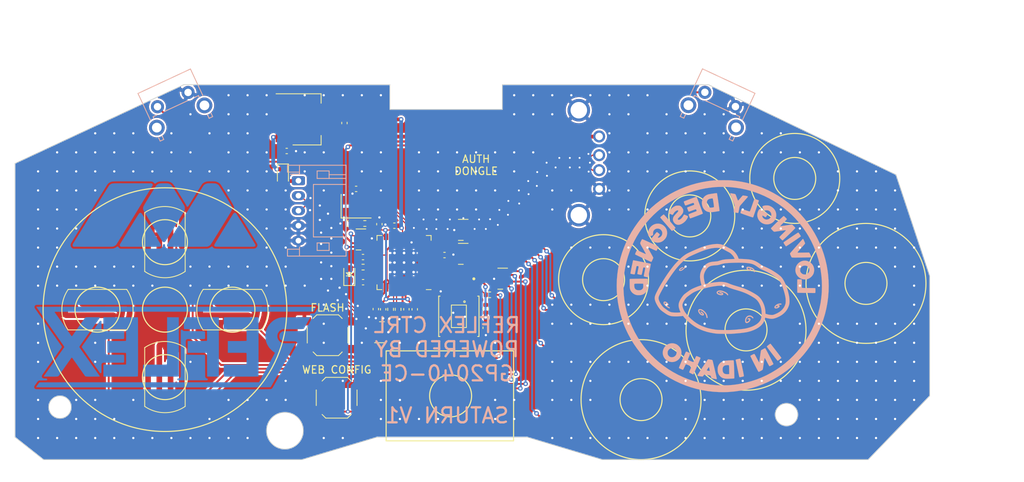
<source format=kicad_pcb>
(kicad_pcb (version 20240108) (generator "pcbnew") (generator_version "8.0")
  (title_block (title "Nintendo OEM SNES Controller Replacement PCB") (date "2022-10-20") (rev "4a") (comment 1 "http://creativecommons.org/licenses/by-sa/4.0") (comment 2 "Attribution-ShareAlike v4.0 license.") (comment 3 "This document describes Open Hardware and is licensed under the Creative Commons") (comment 4 "(c) 2022 Bob Taylor"))
  (layers (0 "F.Cu" signal "Front") (31 "B.Cu" signal "Back") (34 "B.Paste" user) (35 "F.Paste" user) (36 "B.SilkS" user "B.Silkscreen") (37 "F.SilkS" user "F.Silkscreen") (38 "B.Mask" user) (39 "F.Mask" user) (44 "Edge.Cuts" user))
  (net 0 "")
  (net 1 "GND")
  (net 2 "+5V")
  (net 3 "+3V3")
  (net 4 "Net-(C3-Pad2)")
  (net 5 "/XIN")
  (net 6 "+1V1")
  (net 7 "/VBUS")
  (net 8 "/USB_D+")
  (net 9 "/USB_D-")
  (net 10 "/L")
  (net 11 "/R")
  (net 12 "/START")
  (net 13 "/QSPI_SS")
  (net 14 "/XOUT")
  (net 15 "/DR_+")
  (net 16 "/DR_-")
  (net 17 "Net-(U4-GPIO25)")
  (net 18 "/UP")
  (net 19 "/DOWN")
  (net 20 "/LEFT")
  (net 21 "/RIGHT")
  (net 22 "/DONGLE_D-")
  (net 23 "/Y")
  (net 24 "/B")
  (net 25 "/X")
  (net 26 "/A")
  (net 27 "/HOME")
  (net 28 "/QSPI_SD1")
  (net 29 "/QSPI_SD2")
  (net 30 "/QSPI_SD0")
  (net 31 "/QSPI_SCLK")
  (net 32 "/QSPI_SD3")
  (net 33 "/SDA")
  (net 34 "/SCL")
  (net 35 "/Z")
  (net 36 "/4K")
  (net 37 "/C")
  (net 38 "/4P")
  (net 39 "/TURBO")
  (net 40 "/DONGLE_D+")
  (net 41 "/SWCLK")
  (net 42 "/SWDIO")
  (net 43 "/RUN")
  (net 44 "/TP")
  (net 45 "/GPIO22_3V3")
  (net 46 "/GPIO23_3V3")
  (net 47 "/GPIO24")
  (net 48 "/RS_TOGGLE")
  (net 49 "/LS_TOGGLE")
  (net 50 "/RGB")
  (net 51 "/GPIO29_ADC3")
  (net 52 "/~{USB_BOOT}")
  (net 53 "Net-(D2-A)")
  (footprint "Package_TO_SOT_SMD:SOT-223-3_TabPin2" (layer "F.Cu") (at 127.92 79.62)
    (property "Reference" "U3")
    (property "Value" "AMS1117-3.3")
  )
  (footprint "Button_Switch_SMD:SW_SPST_SKQG_WithStem" (layer "F.Cu") (at 130.7 108.41)
    (property "Reference" "SW14")
    (property "Value" "SW_Push")
  )
  (footprint "Capacitor_SMD:C_0402_1005Metric" (layer "F.Cu") (at 135.415505 97.987053 180)
    (property "Reference" "C11")
    (property "Value" "100n")
  )
  (footprint "Capacitor_SMD:C_0402_1005Metric" (layer "F.Cu") (at 151.78 107.42 -90)
    (property "Reference" "C5")
    (property "Value" "100n")
  )
  (footprint "Package_DFN_QFN:UDFN-10_1.35x2.6mm_P0.5mm" (layer "F.Cu") (at 135.140505 95.637053 180)
    (property "Reference" "U5")
    (property "Value" "TVS_RCLAMP0524P-N" (hide yes))
  )
  (footprint "Package_DFN_QFN:UDFN-10_1.35x2.6mm_P0.5mm" (layer "F.Cu") (at 154.045 100.87 180)
    (property "Reference" "U2")
    (property "Value" "TVS_RCLAMP0524P-N" (hide yes))
  )
  (footprint "VideoGames:BTN_Controller_5mm_0.3_0.3" (layer "F.Cu") (at 147.1 116.5)
    (property "Reference" "SW4" (hide yes))
    (property "Value" "Button_Pad")
  )
  (footprint "VideoGames:BTN_Controller_5mm_0.3_0.3" (layer "F.Cu") (at 167.5 101)
    (property "Reference" "SW6" (hide yes))
    (property "Value" "Button_Pad")
  )
  (footprint "VideoGames:BTN_Controller_5mm_0.3_0.3" (layer "F.Cu") (at 202.5 101.5)
    (property "Reference" "SW9" (hide yes))
    (property "Value" "Button_Pad")
  )
  (footprint "Resistor_SMD:R_0402_1005Metric" (layer "F.Cu") (at 135.66 93.51 180)
    (property "Reference" "R5")
    (property "Value" "1K")
  )
  (footprint "VideoGames:BTN_Controller_5mm_0.3_0.3" (layer "F.Cu") (at 193 87.5)
    (property "Reference" "SW8" (hide yes))
    (property "Value" "Button_Pad")
  )
  (footprint "Resistor_SMD:R_0402_1005Metric" (layer "F.Cu") (at 135.425505 99.327053)
    (property "Reference" "R8")
    (property "Value" "1K")
  )
  (footprint "Resistor_SMD:R_0402_1005Metric" (layer "F.Cu") (at 139.095505 104.956548 90)
    (property "Reference" "R7")
    (property "Value" "27")
  )
  (footprint "Capacitor_SMD:C_0402_1005Metric" (layer "F.Cu") (at 135.425505 101.337053 180)
    (property "Reference" "C9")
    (property "Value" "100n")
  )
  (footprint "VideoGames:BTN_Controller_Saturn" (layer "F.Cu") (at 109 96 90)
    (property "Reference" "SW3" (hide yes))
    (property "Value" "Button_Pad" (hide yes))
  )
  (footprint "Capacitor_SMD:C_0402_1005Metric" (layer "F.Cu") (at 146.285505 97.717053)
    (property "Reference" "C12")
    (property "Value" "100n")
  )
  (footprint "Capacitor_SMD:C_0402_1005Metric" (layer "F.Cu") (at 132.94 80.11 -90)
    (property "Reference" "C2")
    (property "Value" "10u")
  )
  (footprint "Capacitor_SMD:C_0402_1005Metric" (layer "F.Cu") (at 141.205505 104.947053 -90)
    (property "Reference" "C13")
    (property "Value" "100n")
  )
  (footprint "Package_DFN_QFN:UDFN-10_1.35x2.6mm_P0.5mm" (layer "F.Cu") (at 137.61 108.01)
    (property "Reference" "U6")
    (property "Value" "TVS_RCLAMP0524P-N")
  )
  (footprint "Resistor_SMD:R_0402_1005Metric" (layer "F.Cu") (at 151.78 104.88 90)
    (property "Reference" "R4")
    (property "Value" "10K")
  )
  (footprint "VideoGames:BTN_Controller_5mm_0.3_0.3" (layer "F.Cu") (at 186.5 107.7)
    (property "Reference" "SW11" (hide yes))
    (property "Value" "Button_Pad")
  )
  (footprint "Package_DFN_QFN:UDFN-10_1.35x2.6mm_P0.5mm" (layer "F.Cu") (at 148.785505 97.557053 180)
    (property "Reference" "U1")
    (property "Value" "TVS_RCLAMP0524P-N")
  )
  (footprint "Resistor_SMD:R_0402_1005Metric" (layer "F.Cu") (at 140.095505 104.956548 90)
    (property "Reference" "R6")
    (property "Value" "27")
  )
  (footprint "Capacitor_SMD:C_0402_1005Metric" (layer "F.Cu") (at 137.125505 104.927053 -90)
    (property "Reference" "C10")
    (property "Value" "1u")
  )
  (footprint "LED_SMD:LED_0603_1608Metric" (layer "F.Cu") (at 133.587288 100.294553 90)
    (property "Reference" "D2")
    (property "Value" "LED")
  )
  (footprint "VideoGames:BTN_Controller_Saturn" (layer "F.Cu") (at 109 114 90)
    (property "Reference" "SW2" (hide yes))
    (property "Value" "Button_Pad" (hide yes))
  )
  (footprint "Diode_SMD:D_0603_1608Metric" (layer "F.Cu") (at 124.73 87.062438 -90)
    (property "Reference" "D1")
    (property "Value" "SCHOTTKY DIODE")
  )
  (footprint "VideoGames:BTN_Controller_Saturn" (layer "F.Cu") (at 100 105 180)
    (property "Reference" "SW1" (hide yes))
    (property "Value" "Button_Pad" (hide yes))
  )
  (footprint "Capacitor_SMD:C_0402_1005Metric" (layer "F.Cu") (at 133.32 93.51)
    (property "Reference" "C3")
    (property "Value" "27p")
  )
  (footprint "VideoGames:BTN_Controller_5mm_0.3_0.3" (layer "F.Cu") (at 172.5 117)
    (property "Reference" "SW7" (hide yes))
    (property "Value" "Button_Pad")
  )
  (footprint "VideoGames:RPI_SPI_Flash_Universal_W25Q16" (layer "F.Cu") (at 148.2 105.89 -90)
    (property "Reference" "FLASH1")
    (property "Value" "W25Q16")
  )
  (footprint "Crystal:Crystal_SMD_SeikoEpson_TSX3225-4Pin_3.2x2.5mm" (layer "F.Cu") (at 134.5 91.2)
    (property "Reference" "Y1")
    (property "Value" "Crystal_GND24_Small")
  )
  (footprint "Capacitor_SMD:C_0402_1005Metric" (layer "F.Cu") (at 139.6 93.8 180)
    (property "Reference" "C14")
    (property "Value" "100n")
  )
  (footprint "Capacitor_SMD:C_0402_1005Metric" (layer "F.Cu") (at 134.5 88.9)
    (property "Reference" "C4")
    (property "Value" "27p")
  )
  (footprint "Button_Switch_SMD:SW_SPST_SKQG_WithStem" (layer "F.Cu") (at 131.9 116.75 180)
    (property "Reference" "SW13")
    (property "Value" "SW_Push")
  )
  (footprint "VideoGames:BTN_Controller_Saturn" (layer "F.Cu") (at 118 105 180)
    (property "Reference" "SW0" (hide yes))
    (property "Value" "Button_Pad" (hide yes))
  )
  (footprint "VideoGames_KiCad6:RP2040-QFN-56" (layer "F.Cu") (at 140.890505 98.721548 180)
    (property "Reference" "U4")
    (property "Value" "RP2040")
  )
  (footprint "Capacitor_SMD:C_0402_1005Metric" (layer "F.Cu") (at 138.105505 104.957053 -90)
    (property "Reference" "C8")
    (property "Value" "1u")
  )
  (footprint "VideoGames:USB2_A_HOR_C2345" (layer "F.Cu") (at 166.91 85.4 -90)
    (property "Reference" "J2")
    (property "Value" "USB_A")
  )
  (footprint "Capacitor_SMD:C_0402_1005Metric" (layer "F.Cu") (at 125.24 83.84)
    (property "Reference" "C1")
    (property "Value" "10u")
  )
  (footprint "Package_DFN_QFN:UDFN-10_1.35x2.6mm_P0.5mm" (layer "F.Cu") (at 148.785505 94.357053 180)
    (property "Reference" "U7")
    (property "Value" "TVS_RCLAMP0524P-N")
  )
  (footprint "Resistor_SMD:R_0402_1005Metric" (layer "F.Cu") (at 152.3 103.02)
    (property "Reference" "R3")
    (property "Value" "1K")
  )
  (footprint "Capacitor_SMD:C_0402_1005Metric" (layer "F.Cu") (at 142.315505 104.957053 -90)
    (property "Reference" "C7")
    (property "Value" "100n")
  )
  (footprint "VideoGames:BTN_Controller_5mm_0.3_0.3" (layer "F.Cu") (at 179 92.5)
    (property "Reference" "SW10" (hide yes))
    (property "Value" "Button_Pad")
  )
  (footprint "Capacitor_SMD:C_0402_1005Metric" (layer "F.Cu") (at 137.6 93.6 90)
    (property "Reference" "C6")
    (property "Value" "100n")
  )
  (footprint "VideoGames_KiCad6:Idaho_XL" (layer "B.Cu") (at 181.814906 107.242337 180)
    (property "Reference" "Ref**" (hide yes))
    (property "Value" "Val**" (hide yes))
  )
  (footprint "Button_Switch_THT:SW_Tactile_SPST_Angled_PTS645Vx39-2LFS" (layer "B.Cu") (at 185.09051 77.91388 155)
    (property "Reference" "SW12")
    (property "Value" "Button_Pad")
  )
  (footprint "Connector_JST:JST_PH_S5B-PH-K_1x05_P2.00mm_Horizontal" (layer "B.Cu") (at 126.801 87.8 -90)
    (property "Reference" "J1")
    (property "Value" "Conn_01x05")
  )
  (footprint "VideoGames:MiSTer_Addons_MA_25mm" (layer "B.Cu") (at 108.88 90.709496 180)
    (property "Reference" "Ref**" (hide yes))
    (property "Value" "Val**" (hide yes))
  )
  (footprint "Button_Switch_THT:SW_Tactile_SPST_Angled_PTS645Vx39-2LFS" (layer "B.Cu") (at 112.08319 76.031532 -155)
    (property "Reference" "SW5")
    (property "Value" "Button_Pad")
  )
  (footprint "VideoGames:Reflex_Copper_45mm" (layer "B.Cu") (at 127.596354 106.519838 180)
    (property "Reference" "Ref**" (hide yes))
    (property "Value" "Val**" (hide yes))
  )
  (gr_circle (center 167.5 101) (end 173.5 101) (stroke (width 0.15)) (fill none) (layer "F.SilkS"))
  (gr_circle (center 109 105) (end 125.25 105) (stroke (width 0.15)) (fill none) (layer "F.SilkS"))
  (gr_circle (center 109 105) (end 112 105) (stroke (width 0.15)) (fill none) (layer "F.SilkS"))
  (gr_circle (center 109 96) (end 112 96) (stroke (width 0.15)) (fill none) (layer "F.SilkS"))
  (gr_circle (center 172.5 117) (end 180.5 117) (stroke (width 0.15)) (fill none) (layer "F.SilkS"))
  (gr_circle (center 109 114) (end 112 114) (stroke (width 0.15)) (fill none) (layer "F.SilkS"))
  (gr_circle (center 186.5 107.75) (end 194.5 107.75) (stroke (width 0.15)) (fill none) (layer "F.SilkS"))
  (gr_rect (start 138.5 110.5) (end 155.5 122.5) (stroke (width 0.15)) (fill none) (layer "F.SilkS"))
  (gr_circle (center 193 87.5) (end 199 87.5) (stroke (width 0.15)) (fill none) (layer "F.SilkS"))
  (gr_circle (center 100 105) (end 103 105) (stroke (width 0.15)) (fill none) (layer "F.SilkS"))
  (gr_circle (center 202.5 101.5) (end 210.5 101.5) (stroke (width 0.15)) (fill none) (layer "F.SilkS"))
  (gr_circle (center 179 92.5) (end 185 92.5) (stroke (width 0.15)) (fill none) (layer "F.SilkS"))
  (gr_circle (center 118 105) (end 121 105) (stroke (width 0.15)) (fill none) (layer "F.SilkS"))
  (gr_circle (center 95 118) (end 96.5 118) (stroke (width 0.1)) (fill none) (layer "Edge.Cuts"))
  (gr_line (start 181.5 75) (end 206.5 87) (stroke (width 0.1)) (layer "Edge.Cuts"))
  (gr_line (start 154 78.3) (end 154 75) (stroke (width 0.1)) (layer "Edge.Cuts"))
  (gr_line (start 211 100.5) (end 211 116.5) (stroke (width 0.1)) (layer "Edge.Cuts"))
  (gr_line (start 127.3 125) (end 137.3 122) (stroke (width 0.1)) (layer "Edge.Cuts"))
  (gr_line (start 154 75) (end 181.5 75) (stroke (width 0.1)) (layer "Edge.Cuts"))
  (gr_circle (center 191.9 119) (end 193.4 119) (stroke (width 0.1)) (fill none) (layer "Edge.Cuts"))
  (gr_line (start 157.3 122) (end 167.3 125) (stroke (width 0.1)) (layer "Edge.Cuts"))
  (gr_line (start 111.5 75) (end 139 75) (stroke (width 0.1)) (layer "Edge.Cuts"))
  (gr_line (start 127.3 125) (end 92.8 125) (stroke (width 0.1)) (layer "Edge.Cuts"))
  (gr_line (start 157.3 122) (end 137.3 122) (stroke (width 0.1)) (layer "Edge.Cuts"))
  (gr_line (start 111.5 75) (end 89 85.5) (stroke (width 0.1)) (layer "Edge.Cuts"))
  (gr_line (start 211 100.5) (end 206.5 87) (stroke (width 0.1)) (layer "Edge.Cuts"))
  (gr_line (start 139 78.3) (end 154 78.3) (stroke (width 0.1)) (layer "Edge.Cuts"))
  (gr_line (start 89 122) (end 92.8 125) (stroke (width 0.1)) (layer "Edge.Cuts"))
  (gr_line (start 89 122) (end 89 85.5) (stroke (width 0.1)) (layer "Edge.Cuts"))
  (gr_circle (center 125 121.15) (end 127.45 121.15) (stroke (width 0.1)) (fill none) (layer "Edge.Cuts"))
  (gr_line (start 202.8 125) (end 167.3 125) (stroke (width 0.1)) (layer "Edge.Cuts"))
  (gr_line (start 202.8 125) (end 211 116.5) (stroke (width 0.1)) (layer "Edge.Cuts"))
  (gr_line (start 139 75) (end 139 78.3) (stroke (width 0.1)) (layer "Edge.Cuts"))
  (gr_text "REFLEX CTRL\nPOWERED BY\nGP2040-CE" (at 146.62 114.69 0) (layer "B.SilkS") (effects (font (size 2 2) (thickness 0.3)) (justify bottom mirror)))
  (gr_text "SATURN V1" (at 146.62 120.29 0) (layer "B.SilkS") (effects (font (size 2 2) (thickness 0.3)) (justify bottom mirror)))
  (gr_text "AUTH\nDONGLE" (at 150.501892 87.11 0) (layer "F.SilkS") (effects (font (size 1 1)) (justify bottom)))
  (gr_text "WEB CONFIG" (at 127.2 113.6 0) (layer "F.SilkS") (effects (font (size 1 1)) (justify left bottom)))
  (gr_text "FLASH" (at 128.32 105.33 0) (layer "F.SilkS") (effects (font (size 1 1)) (justify left bottom)))
  (segment (start 141.890453 96.031327) (end 141.890505 96.031275) (width 0.1524) (layer "F.Cu") (net 1))
  (segment (start 138.966082 93.646082) (end 139.12 93.8) (width 0.1524) (layer "F.Cu") (net 1))
  (segment (start 132.84 93.51) (end 132.4 93.51) (width 0.1524) (layer "F.Cu") (net 1))
  (segment (start 146.765505 97.717053) (end 147.412947 97.717053) (width 0.1524) (layer "F.Cu") (net 1))
  (segment (start 152.9181 100.87) (end 154.57 100.87) (width 0.1524) (layer "F.Cu") (net 1))
  (segment (start 136.3021 108.01) (end 135.79105 107.49895) (width 0.1524) (layer "F.Cu") (net 1))
  (segment (start 141.790505 105.962053) (end 141.740505 105.962053) (width 0.25) (layer "F.Cu") (net 1))
  (segment (start 138.135 108.01) (end 137.085 108.01) (width 0.1524) (layer "F.Cu") (net 1))
  (segment (start 148.260505 97.557053) (end 149.310505 97.557053) (width 0.1524) (layer "F.Cu") (net 1))
  (segment (start 152.9 100.8881) (end 152.9181 100.87) (width 0.1524) (layer "F.Cu") (net 1))
  (segment (start 151.78 108.38) (end 151.8 108.4) (width 0.1524) (layer "F.Cu") (net 1))
  (segment (start 134.01 89.53) (end 133.4 90.14) (width 0.1524) (layer "F.Cu") (net 1))
  (segment (start 141.890505 96.031275) (end 141.890505 95.284048) (width 0.1524) (layer "F.Cu") (net 1))
  (segment (start 137.6 92.7) (end 137.6 93.12) (width 0.1524) (layer "F.Cu") (net 1))
  (segment (start 135.665505 95.637053) (end 134.615505 95.637053) (width 0.1524) (layer "F.Cu") (net 1))
  (segment (start 147.45 105.42) (end 147.45 104.69) (width 0.1524) (layer "F.Cu") (net 1))
  (segment (start 141.740505 105.962053) (end 141.205505 105.427053) (width 0.25) (layer "F.Cu") (net 1))
  (segment (start 137.125505 105.407053) (end 137.125505 106.137053) (width 0.25) (layer "F.Cu") (net 1))
  (segment (start 146.295 102.285) (end 146.055 102.285) (width 0.1524) (layer "F.Cu") (net 1))
  (segment (start 134.01 88.91) (end 134.02 88.9) (width 0.1524) (layer "F.Cu") (net 1))
  (segment (start 138.105505 106.147053) (end 138.115505 106.157053) (width 0.25) (layer "F.Cu") (net 1))
  (segment (start 147.613605 94.357053) (end 147.585505 94.385153) (width 0.1524) (layer "F.Cu") (net 1))
  (segment (start 138.105505 105.437053) (end 138.105505 106.147053) (width 0.25) (layer "F.Cu") (net 1))
  (segment (start 136.455505 95.637053) (end 136.595505 95.497053) (width 0.1524) (layer "F.Cu") (net 1))
  (segment (start 148.260505 94.357053) (end 147.613605 94.357053) (width 0.1524) (layer "F.Cu") (net 1))
  (segment (start 137.085 108.01) (end 136.3021 108.01) (width 0.1524) (layer "F.Cu") (net 1))
  (segment (start 149.310505 94.357053) (end 148.260505 94.357053) (width 0.1524) (layer "F.Cu") (net 1))
  (segment (start 138.135 108.01) (end 138.79 108.01) (width 0.1524) (layer "F.Cu") (net 1))
  (segment (start 138.399936 93.646082) (end 138.966082 93.646082) (width 0.1524) (layer "F.Cu") (net 1))
  (segment (start 148.95 105.89) (end 148.2 105.89) (width 0.1524) (layer "F.Cu") (net 1))
  (segment (start 125.72 83.84) (end 126.46 83.84) (width 0.5) (layer "F.Cu") (net 1))
  (segment (start 147.572947 97.557053) (end 147.47 97.66) (width 0.1524) (layer "F.Cu") (net 1))
  (segment (start 133.4 90.14) (end 133.4 90.4) (width 0.1524) (layer "F.Cu") (net 1))
  (segment (start 141.890505 94.412173) (end 142.201339 94.101339) (width 0.1524) (layer "F.Cu") (net 1))
  (segment (start 148.260505 97.557053) (end 147.572947 97.557053) (width 0.1524) (layer "F.Cu") (net 1))
  (segment (start 135 92) (end 133.4 90.4) (width 0.1524) (layer "F.Cu") (net 1))
  (segment (start 141.890505 95.284048) (end 141.890505 94.412173) (width 0.1524) (layer "F.Cu") (net 1))
  (segment (start 149.01 105.95) (end 148.95 105.89) (width 0.1524) (layer "F.Cu") (net 1))
  (segment (start 141.790505 105.962053) (end 142.315505 105.437053) (width 0.25) (layer "F.Cu") (net 1))
  (segment (start 147.45 105.42) (end 147.92 105.89) (width 0.1524) (layer "F.Cu") (net 1))
  (segment (start 134.01 89.53) (end 134.01 88.91) (width 0.1524) (layer "F.Cu") (net 1))
  (segment (start 147.92 105.89) (end 148.2 105.89) (width 0.1524) (layer "F.Cu") (net 1))
  (segment (start 147.412947 97.717053) (end 147.47 97.66) (width 0.1524) (layer "F.Cu") (net 1))
  (segment (start 126.46 83.84) (end 126.48 83.86) (width 0.5) (layer "F.Cu") (net 1))
  (segment (start 135.665505 95.637053) (end 136.455505 95.637053) (width 0.1524) (layer "F.Cu") (net 1))
  (segment (start 151.78 107.9) (end 151.78 108.38) (width 0.1524) (layer "F.Cu") (net 1))
  (segment (start 146.055 102.285) (end 145.78 102.56) (width 0.1524) (layer "F.Cu") (net 1))
  (via (at 129.8295 94.73) (size 0.6) (drill 0.3) (layers "F.Cu" "B.Cu") (net 1))
  (via (at 198.76 94.18175) (size 0.6) (drill 0.3) (layers "F.Cu" "B.Cu") (net 1))
  (via (at 97.16 99.26175) (size 0.6) (drill 0.3) (layers "F.Cu" "B.Cu") (net 1))
  (via (at 180.98 117.04175) (size 0.6) (drill 0.3) (layers "F.Cu" "B.Cu") (net 1))
  (via (at 180.98 119.58175) (size 0.6) (drill 0.3) (layers "F.Cu" "B.Cu") (net 1))
  (via (at 125.1 117.04175) (size 0.6) (drill 0.3) (layers "F.Cu" "B.Cu") (net 1))
  (via (at 92.08 119.58175) (size 0.6) (drill 0.3) (layers "F.Cu" "B.Cu") (net 1))
  (via (at 201.3 94.18175) (size 0.6) (drill 0.3) (layers "F.Cu" "B.Cu") (net 1))
  (via (at 183.52 78.94175) (size 0.6) (drill 0.3) (layers "F.Cu" "B.Cu") (net 1))
  (via (at 170.82 84.02175) (size 0.6) (drill 0.3) (layers "F.Cu" "B.Cu") (net 1))
  (via (at 168.28 84.02175) (size 0.6) (drill 0.3) (layers "F.Cu" "B.Cu") (net 1))
  (via (at 92.08 106.88175) (size 0.6) (drill 0.3) (layers "F.Cu" "B.Cu") (net 1))
  (via (at 186.06 117.04175) (size 0.6) (drill 0.3) (layers "F.Cu" "B.Cu") (net 1))
  (via (at 173.36 106.88175) (size 0.6) (drill 0.3) (layers "F.Cu" "B.Cu") (net 1))
  (via (at 164.3 84.7655) (size 0.508) (drill 0.254) (layers "F.Cu" "B.Cu") (net 1))
  (via (at 112.4 99.26175) (size 0.6) (drill 0.3) (layers "F.Cu" "B.Cu") (net 1))
  (via (at 114.94 86.56175) (size 0.6) (drill 0.3) (layers "F.Cu" "B.Cu") (net 1))
  (via (at 163.2 117.04175) (size 0.6) (drill 0.3) (layers "F.Cu" "B.Cu") (net 1))
  (via (at 132.288424 102.071576) (size 0.6) (drill 0.3) (layers "F.Cu" "B.Cu") (net 1))
  (via (at 203.84 86.56175) (size 0.6) (drill 0.3) (layers "F.Cu" "B.Cu") (net 1))
  (via (at 198.76 122.12175) (size 0.6) (drill 0.3) (layers "F.Cu" "B.Cu") (net 1))
  (via (at 178.44 84.02175) (size 0.6) (drill 0.3) (layers "F.Cu" "B.Cu") (net 1))
  (via (at 147.45 105.42) (size 0.6) (drill 0.3) (layers "F.Cu" "B.Cu") (net 1))
  (via (at 203.84 89.10175) (size 0.6) (drill 0.3) (layers "F.Cu" "B.Cu") (net 1))
  (via (at 168.28 78.94175) (size 0.6) (drill 0.3) (layers "F.Cu" "B.Cu") (net 1))
  (via (at 163.2 114.50175) (size 0.6) (drill 0.3) (layers "F.Cu" "B.Cu") (net 1))
  (via (at 109.86 84.02175) (size 0.6) (drill 0.3) (layers "F.Cu" "B.Cu") (net 1))
  (via (at 125.1 96.72175) (size 0.6) (drill 0.3) (layers "F.Cu" "B.Cu") (net 1))
  (via (at 170.82 86.56175) (size 0.6) (drill 0.3) (layers "F.Cu" "B.Cu") (net 1))
  (via (at 201.3 106.88175) (size 0.6) (drill 0.3) (layers "F.Cu" "B.Cu") (net 1))
  (via (at 120.02 76.40175) (size 0.6) (drill 0.3) (layers "F.Cu" "B.Cu") (net 1))
  (via (at 142.201339 94.101339) (size 0.508) (drill 0.254) (layers "F.Cu" "B.Cu") (net 1))
  (via (at 130.74605 102.45395) (size 0.6) (drill 0.3) (layers "F.Cu" "B.Cu") (net 1))
  (via (at 193.68 109.42175) (size 0.6) (drill 0.3) (layers "F.Cu" "B.Cu") (net 1))
  (via (at 97.16 89.10175) (size 0.6) (drill 0.3) (layers "F.Cu" "B.Cu") (net 1))
  (via (at 145.42 91.64175) (size 0.6) (drill 0.3) (layers "F.Cu" "B.Cu") (net 1))
  (via (at 120.02 89.10175) (size 0.6) (drill 0.3) (layers "F.Cu" "B.Cu") (net 1))
  (via (at 130.18 89.10175) (size 0.6) (drill 0.3) (layers "F.Cu" "B.Cu") (net 1))
  (via (at 104.78 81.48175) (size 0.6) (drill 0.3) (layers "F.Cu" "B.Cu") (net 1))
  (via (at 141.790505 105.962053) (size 0.6) (drill 0.3) (layers "F.Cu" "B.Cu") (net 1))
  (via (at 150.5 84.02175) (size 0.6) (drill 0.3) (layers "F.Cu" "B.Cu") (net 1))
  (via (at 173.36 111.96175) (size 0.6) (drill 0.3) (layers "F.Cu" "B.Cu") (net 1))
  (via (at 153.04 117.04175) (size 0.6) (drill 0.3) (layers "F.Cu" "B.Cu") (net 1))
  (via (at 201.3 114.50175) (size 0.6) (drill 0.3) (layers "F.Cu" "B.Cu") (net 1))
  (via (at 208.92 96.72175) (size 0.6) (drill 0.3) (layers "F.Cu" "B.Cu") (net 1))
  (via (at 203.84 119.58175) (size 0.6) (drill 0.3) (layers "F.Cu" "B.Cu") (net 1))
  (via (at 132.72 76.40175) (size 0.6) (drill 0.3) (layers "F.Cu" "B.Cu") (net 1))
  (via (at 160.66 122.12175) (size 0.6) (drill 0.3) (layers "F.Cu" "B.Cu") (net 1))
  (via (at 147.96 91.64175) (size 0.6) (drill 0.3) (layers "F.Cu" "B.Cu") (net 1))
  (via (at 142.88 86.56175) (size 0.6) (drill 0.3) (layers "F.Cu" "B.Cu") (net 1))
  (via (at 158.598661 88.498661) (size 0.508) (drill 0.254) (layers "F.Cu" "B.Cu") (net 1))
  (via (at 117.48 99.26175) (size 0.6) (drill 0.3) (layers "F.Cu" "B.Cu") (net 1))
  (via (at 175.9 101.80175) (size 0.6) (drill 0.3) (layers "F.Cu" "B.Cu") (net 1))
  (via (at 161.1 86.0345) (size 0.508) (drill 0.254) (layers "F.Cu" "B.Cu") (net 1))
  (via (at 165.74 122.12175) (size 0.6) (drill 0.3) (layers "F.Cu" "B.Cu") (net 1))
  (via (at 135.79105 107.49895) (size 0.6) (drill 0.3) (layers "F.Cu" "B.Cu") (net 1))
  (via (at 114.94 122.12175) (size 0.6) (drill 0.3) (layers "F.Cu" "B.Cu") (net 1))
  (via (at 122.56 76.40175) (size 0.6) (drill 0.3) (layers "F.Cu" "B.Cu") (net 1))
  (via (at 134.53105 106.23895) (size 0.6) (drill 0.3) (layers "F.Cu" "B.Cu") (net 1))
  (via (at 170.82 89.10175) (size 0.6) (drill 0.3) (layers "F.Cu" "B.Cu") (net 1))
  (via (at 196.22 111.96175) (size 0.6) (drill 0.3) (layers "F.Cu" "B.Cu") (net 1))
  (via (at 188.6 101.80175) (size 0.6) (drill 0.3) (layers "F.Cu" "B.Cu") (net 1))
  (via (at 191.14 99.26175) (size 0.6) (drill 0.3) (layers "F.Cu" "B.Cu") (net 1))
  (via (at 156.248661 90.848661) (size 0.508) (drill 0.254) (layers "F.Cu" "B.Cu") (net 1))
  (via (at 165.74 104.34175) (size 0.6) (drill 0.3) (layers "F.Cu" "B.Cu") (net 1))
  (via (at 112.4 86.56175) (size 0.6) (drill 0.3) (layers "F.Cu" "B.Cu") (net 1))
  (via (at 129.8295 96.24) (size 0.6) (drill 0.3) (layers "F.Cu" "B.Cu") (net 1))
  (via (at 170.82 122.12175) (size 0.6) (drill 0.3) (layers "F.Cu" "B.Cu") (net 1))
  (via (at 99.7 84.02175) (size 0.6) (drill 0.3) (layers "F.Cu" "B.Cu") (net 1))
  (via (at 206.38 96.72175) (size 0.6) (drill 0.3) (layers "F.Cu" "B.Cu") (net 1))
  (via (at 180.98 122.12175) (size 0.6) (drill 0.3) (layers "F.Cu" "B.Cu") (net 1))
  (via (at 109.86 86.56175) (size 0.6) (drill 0.3) (layers "F.Cu" "B.Cu") (net 1))
  (via (at 186.06 111.96175) (size 0.6) (drill 0.3) (layers "F.Cu" "B.Cu") (net 1))
  (via (at 94.62 99.26175) (size 0.6) (drill 0.3) (layers "F.Cu" "B.Cu") (net 1))
  (via (at 135.26 86.56175) (size 0.6) (drill 0.3) (layers "F.Cu" "B.Cu") (net 1))
  (via (at 150.9 92.972553) (size 0.508) (drill 0.254) (layers "F.Cu" "B.Cu") (net 1))
  (via (at 170.82 104.34175) (size 0.6) (drill 0.3) (layers "F.Cu" "B.Cu") (net 1))
  (via (at 158.12 76.40175) (size 0.6) (drill 0.3) (layers "F.Cu" "B.Cu") (net 1))
  (via (at 208.92 109.42175) (size 0.6) (drill 0.3) (layers "F.Cu" "B.Cu") (net 1))
  (via (at 188.6 111.96175) (size 0.6) (drill 0.3) (layers "F.Cu" "B.Cu") (net 1))
  (via (at 97.16 119.58175) (size 0.6) (drill 0.3) (layers "F.Cu" "B.Cu") (net 1))
  (via (at 155.58 119.58175) (size 0.6) (drill 0.3) (layers "F.Cu" "B.Cu") (net 1))
  (via (at 198.76 111.96175) (size 0.6) (drill 0.3) (layers "F.Cu" "B.Cu") (net 1))
  (via (at 147.96 89.10175) (size 0.6) (drill 0.3) (layers "F.Cu" "B.Cu") (net 1))
  (via (at 129.656188 91.113812) (size 0.6) (drill 0.3) (layers "F.Cu" "B.Cu") (net 1))
  (via (at 140.34 117.04175) (size 0.6) (drill 0.3) (layers "F.Cu" "B.Cu") (net 1))
  (via (at 203.84 122.12175) (size 0.6) (drill 0.3) (layers "F.Cu" "B.Cu") (net 1))
  (via (at 165.483714 84.234493) (size 0.508) (drill 0.254) (layers "F.Cu" "B.Cu") (net 1))
  (via (at 183.52 122.12175) (size 0.6) (drill 0.3) (layers "F.Cu" "B.Cu") (net 1))
  (via (at 102.24 99.26175) (size 0.6) (drill 0.3) (layers "F.Cu" "B.Cu") (net 1))
  (via (at 173.36 86.56175) (size 0.6) (drill 0.3) (layers "F.Cu" "B.Cu") (net 1))
  (via (at 168.28 106.88175) (size 0.6) (drill 0.3) (layers "F.Cu" "B.Cu") (net 1))
  (via (at 129.8295 100.9) (size 0.6) (drill 0.3) (layers "F.Cu" "B.Cu") (net 1))
  (via (at 198.76 106.88175) (size 0.6) (drill 0.3) (layers "F.Cu" "B.Cu") (net 1))
  (via (at 208.92 117.04175) (size 0.6) (drill 0.3) (layers "F.Cu" "B.Cu") (net 1))
  (via (at 173.36 81.48175) (size 0.6) (drill 0.3) (layers "F.Cu" "B.Cu") (net 1))
  (via (at 142.88 89.10175) (size 0.6) (drill 0.3) (layers "F.Cu" "B.Cu") (net 1))
  (via (at 201.3 117.04175) (size 0.6) (drill 0.3) (layers "F.Cu" "B.Cu") (net 1))
  (via (at 165.74 96.72175) (size 0.6) (drill 0.3) (layers "F.Cu" "B.Cu") (net 1))
  (via (at 193.68 101.80175) (size 0.6) (drill 0.3) (layers "F.Cu" "B.Cu") (net 1))
  (via (at 173.36 104.34175) (size 0.6) (drill 0.3) (layers "F.Cu" "B.Cu") (net 1))
  (via (at 136.213424 105.996576) (size 0.6) (drill 0.3) (layers "F.Cu" "B.Cu") (net 1))
  (via (at 196.22 114.50175) (size 0.6) (drill 0.3) (layers "F.Cu" "B.Cu") (net 1))
  (via (at 112.4 122.12175) (size 0.6) (drill 0.3) (layers "F.Cu" "B.Cu") (net 1))
  (via (at 117.48 89.10175) (size 0.6) (drill 0.3) (layers "F.Cu" "B.Cu") (net 1))
  (via (at 159.901339 85.401339) (size 0.508) (drill 0.254) (layers "F.Cu" "B.Cu") (net 1))
  (via (at 120.02 86.56175) (size 0.6) (drill 0.3) (layers "F.Cu" "B.Cu") (net 1))
  (via (at 135.26 84.02175) (size 0.6) (drill 0.3) (layers "F.Cu" "B.Cu") (net 1))
  (via (at 134.713424 104.496576) (size 0.6) (drill 0.3) (layers "F.Cu" "B.Cu") (net 1))
  (via (at 193.68 122.12175) (size 0.6) (drill 0.3) (layers "F.Cu" "B.Cu") (net 1))
  (via (at 136.595505 95.497053) (size 0.6) (drill 0.3) (layers "F.Cu" "B.Cu") (net 1))
  (via (at 193.68 99.26175) (size 0.6) (drill 0.3) (layers "F.Cu" "B.Cu") (net 1))
  (via (at 180.98 101.80175) (size 0.6) (drill 0.3) (layers "F.Cu" "B.Cu") (net 1))
  (via (at 132.4 93.51) (size 0.6) (drill 0.3) (layers "F.Cu" "B.Cu") (net 1))
  (via (at 92.08 86.56175) (size 0.6) (drill 0.3) (layers "F.Cu" "B.Cu") (net 1))
  (via (at 186.06 84.02175) (size 0.6) (drill 0.3) (layers "F.Cu" "B.Cu") (net 1))
  (via (at 183.52 101.80175) (size 0.6) (drill 0.3) (layers "F.Cu" "B.Cu") (net 1))
  (via (at 201.3 89.10175) (size 0.6) (drill 0.3) (layers "F.Cu" "B.Cu") (net 1))
  (via (at 137.8 84.02175) (size 0.6) (drill 0.3) (layers "F.Cu" "B.Cu") (net 1))
  (via (at 178.44 81.48175) (size 0.6) (drill 0.3) (layers "F.Cu" "B.Cu") (net 1))
  (via (at 193.68 114.50175) (size 0.6) (drill 0.3) (layers "F.Cu" "B.Cu") (net 1))
  (via (at 160.66 89.10175) (size 0.6) (drill 0.3) (layers "F.Cu" "B.Cu") (net 1))
  (via (at 198.76 119.58175) (size 0.6) (drill 0.3) (layers "F.Cu" "B.Cu") (net 1))
  (via (at 152.9 100.8881) (size 0.6) (drill 0.3) (layers "F.Cu" "B.Cu") (net 1))
  (via (at 140.34 109.42175) (size 0.6) (drill 0.3) (layers "F.Cu" "B.Cu") (net 1))
  (via (at 175.9 111.96175) (size 0.6) (drill 0.3) (layers "F.Cu" "B.Cu") (net 1))
  (via (at 150.5 86.56175) (size 0.6) (drill 0.3) (layers "F.Cu" "B.Cu") (net 1))
  (via (at 183.52 119.58175) (size 0.6) (drill 0.3) (layers "F.Cu" "B.Cu") (net 1))
  (via (at 92.08 109.42175) (size 0.6) (drill 0.3) (layers "F.Cu" "B.Cu") (net 1))
  (via (at 170.82 96.72175) (size 0.6) (drill 0.3) (layers "F.Cu" "B.Cu") (net 1))
  (via (at 132.72 114.50175) (size 0.6) (drill 0.3) (layers "F.Cu" "B.Cu") (net 1))
  (via (at 117.48 76.40175) (size 0.6) (drill 0.3) (layers "F.Cu" "B.Cu") (net 1))
  (via (at 155.58 86.56175) (size 0.6) (drill 0.3) (layers "F.Cu" "B.Cu") (net 1))
  (via (at 125.1 91.64175) (size 0.6) (drill 0.3) (layers "F.Cu" "B.Cu") (net 1))
  (via (at 196.22 119.58175) (size 0.6) (drill 0.3) (layers "F.Cu" "B.Cu") (net 1))
  (via (at 206.38 89.10175) (size 0.6) (drill 0.3) (layers "F.Cu" "B.Cu") (net 1))
  (via (at 178.44 101.80175) (size 0.6) (drill 0.3) (layers "F.Cu" "B.Cu") (net 1))
  (via (at 94.62 91.64175) (size 0.6) (drill 0.3) (layers "F.Cu" "B.Cu") (net 1))
  (via (at 122.56 86.56175) (size 0.6) (drill 0.3) (layers "F.Cu" "B.Cu") (net 1))
  (via (at 180.98 81.48175) (size 0.6) (drill 0.3) (layers "F.Cu" "B.Cu") (net 1))
  (via (at 191.14 81.48175) (size 0.6) (drill 0.3) (layers "F.Cu" "B.Cu") (net 1))
  (via (at 178.44 86.56175) (size 0.6) (drill 0.3) (layers "F.Cu" "B.Cu") (net 1))
  (via (at 92.08 99.26175) (size 0.6) (drill 0.3) (layers "F.Cu" "B.Cu") (net 1))
  (via (at 191.14 84.02175) (size 0.6) (drill 0.3) (layers "F.Cu" "B.Cu") (net 1))
  (via (at 94.62 96.72175) (size 0.6) (drill 0.3) (layers "F.Cu" "B.Cu") (net 1))
  (via (at 191.14 101.80175) (size 0.6) (drill 0.3) (layers "F.Cu" "B.Cu") (net 1))
  (via (at 208.92 101.80175) (size 0.6) (drill 0.3) (layers "F.Cu" "B.Cu") (net 1))
  (via (at 168.28 111.96175) (size 0.6) (drill 0.3) (layers "F.Cu" "B.Cu") (net 1))
  (via (at 130.18 104.34175) (size 0.6) (drill 0.3) (layers "F.Cu" "B.Cu") (net 1))
  (via (at 137.8 114.50175) (size 0.6) (drill 0.3) (layers "F.Cu" "B.Cu") (net 1))
  (via (at 137.8 89.10175) (size 0.6) (drill 0.3) (layers "F.Cu" "B.Cu") (net 1))
  (via (at 141.890453 96.031327) (size 0.6) (drill 0.3) (layers "F.Cu" "B.Cu") (net 1))
  (via (at 178.44 104.34175) (size 0.6) (drill 0.3) (layers "F.Cu" "B.Cu") (net 1))
  (via (at 104.78 84.02175) (size 0.6) (drill 0.3) (layers "F.Cu" "B.Cu") (net 1))
  (via (at 203.84 94.18175) (size 0.6) (drill 0.3) (layers "F.Cu" "B.Cu") (net 1))
  (via (at 180.98 106.88175) (size 0.6) (drill 0.3) (layers "F.Cu" "B.Cu") (net 1))
  (via (at 180.98 78.94175) (size 0.6) (drill 0.3) (layers "F.Cu" "B.Cu") (net 1))
  (via (at 142.88 84.02175) (size 0.6) (drill 0.3) (layers "F.Cu" "B.Cu") (net 1))
  (via (at 94.62 84.02175) (size 0.6) (drill 0.3) (layers "F.Cu" "B.Cu") (net 1))
  (via (at 99.7 101.80175) (size 0.6) (drill 0.3) (layers "F.Cu" "B.Cu") (net 1))
  (via (at 150.5 89.10175) (size 0.6) (drill 0.3) (layers "F.Cu" "B.Cu") (net 1))
  (via (at 160.66 78.94175) (size 0.6) (drill 0.3) (layers "F.Cu" "B.Cu") (net 1))
  (via (at 183.52 111.96175) (size 0.6) (drill 0.3) (layers "F.Cu" "B.Cu") (net 1))
  (via (at 102.24 86.56175) (size 0.6) (drill 0.3) (layers "F.Cu" "B.Cu") (net 1))
  (via (at 164.3 86.0345) (size 0.508) (drill 0.254) (layers "F.Cu" "B.Cu") (net 1))
  (via (at 206.38 99.26175) (size 0.6) (drill 0.3) (layers "F.Cu" "B.Cu") (net 1))
  (via (at 158.651339 86.651339) (size 0.508) (drill 0.254) (layers "F.Cu" "B.Cu") (net 1))
  (via (at 99.7 117.04175) (size 0.6) (drill 0.3) (layers "F.Cu" "B.Cu") (net 1))
  (via (at 188.6 122.12175) (size 0.6) (drill 0.3) (layers "F.Cu" "B.Cu") (net 1))
  (via (at 94.62 94.18175) (size 0.6) (drill 0.3) (layers "F.Cu" "B.Cu") (net 1))
  (via (at 104.78 122.12175) (size 0.6) (drill 0.3) (layers "F.Cu" "B.Cu") (net 1))
  (via (at 142.88 91.64175) (size 0.6) (drill 0.3) (layers "F.Cu" "B.Cu") (net 1))
  (via (at 175.9 96.72175) (size 0.6) (drill 0.3) (layers "F.Cu" "B.Cu") (net 1))
  (via (at 163.2 106.88175) (size 0.6) (drill 0.3) (layers "F.Cu" "B.Cu") (net 1))
  (via (at 138.79 108.01) (size 0.6) (drill 0.3) (layers "F.Cu" "B.Cu") (net 1))
  (via (at 120.02 78.94175) (size 0.6) (drill 0.3) (layers "F.Cu" "B.Cu") (net 1))
  (via (at 147.47 97.66) (size 0.6) (drill 0.3) (layers "F.Cu" "B.Cu") (net 1))
  (via (at 186.06 114.50175) (size 0.6) (drill 0.3) (layers "F.Cu" "B.Cu") (net 1))
  (via (at 191.14 114.50175) (size 0.6) (drill 0.3) (layers "F.Cu" "B.Cu") (net 1))
  (via (at 203.84 106.88175) (size 0.6) (drill 0.3) (layers "F.Cu" "B.Cu") (net 1))
  (via (at 147.96 86.56175) (size 0.6) (drill 0.3) (layers "F.Cu" "B.Cu") (net 1))
  (via (at 104.78 101.80175) (size 0.6) (drill 0.3) (layers "F.Cu" "B.Cu") (net 1))
  (via (at 183.52 84.02175) (size 0.6) (drill 0.3) (layers "F.Cu" "B.Cu") (net 1))
  (via (at 186.06 86.56175) (size 0.6) (drill 0.3) (layers "F.Cu" "B.Cu") (net 1))
  (via (at 99.7 99.26175) (size 0.6) (drill 0.3) (layers "F.Cu" "B.Cu") (net 1))
  (via (at 102.24 101.80175) (size 0.6) (drill 0.3) (layers "F.Cu" "B.Cu") (net 1))
  (via (at 104.78 86.56175) (size 0.6) (drill 0.3) (layers "F.Cu" "B.Cu") (net 1))
  (via (at 129.658812 93.041188) (size 0.6) (drill 0.3) (layers "F.Cu" "B.Cu") (net 1))
  (via (at 99.7 109.42175) (size 0.6) (drill 0.3) (layers "F.Cu" "B.Cu") (net 1))
  (via (at 193.68 117.04175) (size 0.6) (drill 0.3) (layers "F.Cu" "B.Cu") (net 1))
  (via (at 137.8 119.58175) (size 0.6) (drill 0.3) (layers "F.Cu" "B.Cu") (net 1))
  (via (at 102.24 122.12175) (size 0.6) (drill 0.3) (layers "F.Cu" "B.Cu") (net 1))
  (via (at 163.2 122.12175) (size 0.6) (drill 0.3) (layers "F.Cu" "B.Cu") (net 1))
  (via (at 160.66 91.64175) (size 0.6) (drill 0.3) (layers "F.Cu" "B.Cu") (net 1))
  (via (at 145.42 119.58175) (size 0.6) (drill 0.3) (layers "F.Cu" "B.Cu") (net 1))
  (via (at 183.52 114.50175) (size 0.6) (drill 0.3) (layers "F.Cu" "B.Cu") (net 1))
  (via (at 175.9 122.12175) (size 0.6) (drill 0.3) (layers "F.Cu" "B.Cu") (net 1))
  (via (at 191.14 111.96175) (size 0.6) (drill 0.3) (layers "F.Cu" "B.Cu") (net 1))
  (via (at 143.489427 92.974248) (size 0.508) (drill 0.254) (layers "F.Cu" "B.Cu") (net 1))
  (via (at 148.8 92.8) (size 0.508) (drill 0.254) (layers "F.Cu" "B.Cu") (net 1))
  (via (at 152.365063 92.937616) (size 0.508) (drill 0.254) (layers "F.Cu" "B.Cu") (net 1))
  (via (at 107.32 122.12175) (size 0.6) (drill 0.3) (layers "F.Cu" "B.Cu") (net 1))
  (via (at 198.76 117.04175) (size 0.6) (drill 0.3) (layers "F.Cu" "B.Cu") (net 1))
  (via (at 127.64 86.56175) (size 0.6) (drill 0.3) (layers "F.Cu" "B.Cu") (net 1))
  (via (at 186.06 119.58175) (size 0.6) (drill 0.3) (layers "F.Cu" "B.Cu") (net 1))
  (via (at 120.02 122.12175) (size 0.6) (drill 0.3) (layers "F.Cu" "B.Cu") (net 1))
  (via (at 104.78 99.26175) (size 0.6) (drill 0.3) (layers "F.Cu" "B.Cu") (net 1))
  (via (at 175.9 86.56175) (size 0.6) (drill 0.3) (layers "F.Cu" "B.Cu") (net 1))
  (via (at 120.02 99.26175) (size 0.6) (drill 0.3) (layers "F.Cu" "B.Cu") (net 1))
  (via (at 196.22 106.88175) (size 0.6) (drill 0.3) (layers "F.Cu" "B.Cu") (net 1))
  (via (at 188.6 119.58175) (size 0.6) (drill 0.3) (layers "F.Cu" "B.Cu") (net 1))
  (via (at 196.22 101.80175) (size 0.6) (drill 0.3) (layers "F.Cu" "B.Cu") (net 1))
  (via (at 131.1905 94.11) (size 0.6) (drill 0.3) (layers "F.Cu" "B.Cu") (net 1))
  (via (at 188.6 96.72175) (size 0.6) (drill 0.3) (layers "F.Cu" "B.Cu") (net 1))
  (via (at 92.08 122.12175) (size 0.6) (drill 0.3) (layers "F.Cu" "B.Cu") (net 1))
  (via (at 145.42 86.56175) (size 0.6) (drill 0.3) (layers "F.Cu" "B.Cu") (net 1))
  (via (at 122.56 78.94175) (size 0.6) (drill 0.3) (layers "F.Cu" "B.Cu") (net 1))
  (via (at 117.48 117.04175) (size 0.6) (drill 0.3) (layers "F.Cu" "B.Cu") (net 1))
  (via (at 107.32 84.02175) (size 0.6) (drill 0.3) (layers "F.Cu" "B.Cu") (net 1))
  (via (at 149.01 105.95) (size 0.6) (drill 0.3) (layers "F.Cu" "B.Cu") (net 1))
  (via (at 201.3 122.12175) (size 0.6) (drill 0.3) (layers "F.Cu" "B.Cu") (net 1))
  (via (at 117.48 84.02175) (size 0.6) (drill 0.3) (layers "F.Cu" "B.Cu") (net 1))
  (via (at 201.3 119.58175) (size 0.6) (drill 0.3) (layers "F.Cu" "B.Cu") (net 1))
  (via (at 180.98 114.50175) (size 0.6) (drill 0.3) (layers "F.Cu" "B.Cu") (net 1))
  (via (at 170.82 76.40175) (size 0.6) (drill 0.3) (layers "F.Cu" "B.Cu") (net 1))
  (via (at 109.86 81.48175) (size 0.6) (drill 0.3) (layers "F.Cu" "B.Cu") (net 1))
  (via (at 178.44 114.50175) (size 0.6) (drill 0.3) (layers "F.Cu" "B.Cu") (net 1))
  (via (at 196.22 96.72175) (size 0.6) (drill 0.3) (layers "F.Cu" "B.Cu") (net 1))
  (via (at 156.201339 89.101339) (size 0.508) (drill 0.254) (layers "F.Cu" "B.Cu") (net 1))
  (via (at 203.84 96.72175) (size 0.6) (drill 0.3) (layers "F.Cu" "B.Cu") (net 1))
  (via (at 203.84 109.42175) (size 0.6) (drill 0.3) (layers "F.Cu" "B.Cu") (net 1))
  (via (at 203.84 117.04175) (size 0.6) (drill 0.3) (layers "F.Cu" "B.Cu") (net 1))
  (via (at 196.22 109.42175) (size 0.6) (drill 0.3) (layers "F.Cu" "B.Cu") (net 1))
  (via (at 97.16 122.12175) (size 0.6) (drill 0.3) (layers "F.Cu" "B.Cu") (net 1))
  (via (at 137.8 76.40175) (size 0.6) (drill 0.3) (layers "F.Cu" "B.Cu") (net 1))
  (via (at 97.16 86.56175) (size 0.6) (drill 0.3) (layers "F.Cu" "B.Cu") (net 1))
  (via (at 127.64 76.40175) (size 0.6) (drill 0.3) (layers "F.Cu" "B.Cu") (net 1))
  (via (at 132.72 122.12175) (size 0.6) (drill 0.3) (layers "F.Cu" "B.Cu") (net 1))
  (via (at 158.12 84.02175) (size 0.6) (drill 0.3) (layers "F.Cu" "B.Cu") (net 1))
  (via (at 122.56 99.26175) (size 0.6) (drill 0.3) (layers "F.Cu" "B.Cu") (net 1))
  (via (at 122.56 91.64175) (size 0.6) (drill 0.3) (layers "F.Cu" "B.Cu") (net 1))
  (via (at 173.36 96.72175) (size 0.6) (drill 0.3) (layers "F.Cu" "B.Cu") (net 1))
  (via (at 117.48 78.94175) (size 0.6) (drill 0.3) (layers "F.Cu" "B.Cu") (net 1))
  (via (at 159.948661 87.148661) (size 0.508) (drill 0.254) (layers "F.Cu" "B.Cu") (net 1))
  (via (at 138.399936 93.646082) (size 0.6) (drill 0.3) (layers "F.Cu" "B.Cu") (net 1))
  (via (at 165.74 114.50175) (size 0.6) (drill 0.3) (layers "F.Cu" "B.Cu") (net 1))
  (via (at 183.52 96.72175) (size 0.6) (drill 0.3) (layers "F.Cu" "B.Cu") (net 1))
  (via (at 175.9 91.64175) (size 0.6) (drill 0.3) (layers "F.Cu" "B.Cu") (net 1))
  (via (at 198.76 109.42175) (size 0.6) (drill 0.3) (layers "F.Cu" "B.Cu") (net 1))
  (via (at 188.6 114.50175) (size 0.6) (drill 0.3) (layers "F.Cu" "B.Cu") (net 1))
  (via (at 165.509103 86.590897) (size 0.508) (drill 0.254) (layers "F.Cu" "B.Cu") (net 1))
  (via (at 140.34 119.58175) (size 0.6) (drill 0.3) (layers "F.Cu" "B.Cu") (net 1))
  (via (at 201.3 96.72175) (size 0.6) (drill 0.3) (layers "F.Cu" "B.Cu") (net 1))
  (via (at 163.2 111.96175) (size 0.6) (drill 0.3) (layers "F.Cu" "B.Cu") (net 1))
  (via (at 183.52 99.26175) (size 0.6) (drill 0.3) (layers "F.Cu" "B.Cu") (net 1))
  (via (at 155.58 76.40175) (size 0.6) (drill 0.3) (layers "F.Cu" "B.Cu") (net 1))
  (via (at 188.6 117.04175) (size 0.6) (drill 0.3) (layers "F.Cu" "B.Cu") (net 1))
  (via (at 193.68 96.72175) (size 0.6) (drill 0.3) (layers "F.Cu" "B.Cu") (net 1))
  (via (at 188.6 94.18175) (size 0.6) (drill 0.3) (layers "F.Cu" "B.Cu") (net 1))
  (via (at 112.4 101.80175) (size 0.6) (drill 0.3) (layers "F.Cu" "B.Cu") (net 1))
  (via (at 186.06 99.26175) (size 0.6) (drill 0.3) (layers "F.Cu" "B.Cu") (net 1))
  (via (at 117.48 119.58175) (size 0.6) (drill 0.3) (layers "F.Cu" "B.Cu") (net 1))
  (via (at 128.41 90.1195) (size 0.6) (drill 0.3) (layers "F.Cu" "B.Cu") (net 1))
  (via (at 114.94 119.58175) (size 0.6) (drill 0.3) (layers "F.Cu" "B.Cu") (net 1))
  (via (at 154.748661 92.348661) (size 0.508) (drill 0.254) (layers "F.Cu" "B.Cu") (net 1))
  (via (at 109.86 122.12175) (size 0.6) (drill 0.3) (layers "F.Cu" "B.Cu") (net 1))
  (via (at 120.02 101.80175) (size 0.6) (drill 0.3) (layers "F.Cu" "B.Cu") (net 1))
  (via (at 122.56 101.80175) (size 0.6) (drill 0.3) (layers "F.Cu" "B.Cu") (net 1))
  (via (at 153.04 86.56175) (size 0.6) (drill 0.3) (layers "F.Cu" "B.Cu") (net 1))
  (via (at 99.7 122.12175) (size 0.6) (drill 0.3) (layers "F.Cu" "B.Cu") (net 1))
  (via (at 161.6 84.7655) (size 0.508) (drill 0.254) (layers "F.Cu" "B.Cu") (net 1))
  (via (at 196.22 91.64175) (size 0.6) (drill 0.3) (layers "F.Cu" "B.Cu") (net 1))
  (via (at 203.84 114.50175) (size 0.6) (drill 0.3) (layers "F.Cu" "B.Cu") (net 1))
  (via (at 138.915004 106.2) (size 0.6) (drill 0.3) (layers "F.Cu" "B.Cu") (net 1))
  (via (at 125.1 89.10175) (size 0.6) (drill 0.3) (layers "F.Cu" "B.Cu") (net 1))
  (via (at 145.42 84.02175) (size 0.6) (drill 0.3) (layers "F.Cu" "B.Cu") (net 1))
  (via (at 183.52 86.56175) (size 0.6) (drill 0.3) (layers "F.Cu" "B.Cu") (net 1))
  (via (at 130.746188 92.203812) (size 0.6) (drill 0.3) (layers "F.Cu" "B.Cu") (net 1))
  (via (at 114.94 101.80175) (size 0.6) (drill 0.3) (layers "F.Cu" "B.Cu") (net 1))
  (via (at 198.76 86.56175) (size 0.6) (drill 0.3) (layers "F.Cu" "B.Cu") (net 1))
  (via (at 117.48 122.12175) (size 0.6) (drill 0.3) (layers "F.Cu" "B.Cu") (net 1))
  (via (at 193.68 106.88175) (size 0.6) (drill 0.3) (layers "F.Cu" "B.Cu") (net 1))
  (via (at 168.28 86.56175) (size 0.6) (drill 0.3) (layers "F.Cu" "B.Cu") (net 1))
  (via (at 120.02 84.02175) (size 0.6) (drill 0.3) (layers "F.Cu" "B.Cu") (net 1))
  (via (at 153.398661 93.698661) (size 0.508) (drill 0.254) (layers "F.Cu" "B.Cu") (net 1))
  (via (at 178.44 122.12175) (size 0.6) (drill 0.3) (layers "F.Cu" "B.Cu") (net 1))
  (via (at 168.28 96.72175) (size 0.6) (drill 0.3) (layers "F.Cu" "B.Cu") (net 1))
  (via (at 198.76 91.64175) (size 0.6) (drill 0.3) (layers "F.Cu" "B.Cu") (net 1))
  (via (at 122.56 117.04175) (size 0.6) (drill 0.3) (layers "F.Cu" "B.Cu") (net 1))
  (via (at 208.92 111.96175) (size 0.6) (drill 0.3) (layers "F.Cu" "B.Cu") (net 1))
  (via (at 155.58 84.02175) (size 0.6) (drill 0.3) (layers "F.Cu" "B.Cu") (net 1))
  (via (at 208.92 106.88175) (size 0.6) (drill 0.3) (layers "F.Cu" "B.Cu") (net 1))
  (via (at 130.18 122.12175) (size 0.6) (drill 0.3) (layers "F.Cu" "B.Cu") (net 1))
  (via (at 168.28 76.40175) (size 0.6) (drill 0.3) (layers "F.Cu" "B.Cu") (net 1))
  (via (at 153.04 84.02175) (size 0.6) (drill 0.3) (layers "F.Cu" "B.Cu") (net 1))
  (via (at 125.1 114.50175) (size 0.6) (drill 0.3) (layers "F.Cu" "B.Cu") (net 1))
  (via (at 168.28 104.34175) (size 0.6) (drill 0.3) (layers "F.Cu" "B.Cu") (net 1))
  (via (at 173.36 76.40175) (size 0.6) (drill 0.3) (layers "F.Cu" "B.Cu") (net 1))
  (via (at 160.66 104.34175) (size 0.6) (drill 0.3) (layers "F.Cu" "B.Cu") (net 1))
  (via (at 180.98 84.02175) (size 0.6) (drill 0.3) (layers "F.Cu" "B.Cu") (net 1))
  (via (at 175.9 78.94175) (size 0.6) (drill 0.3) (layers "F.Cu" "B.Cu") (net 1))
  (via (at 170.82 99.26175) (size 0.6) (drill 0.3) (layers "F.Cu" "B.Cu") (net 1))
  (via (at 198.76 96.72175) (size 0.6) (drill 0.3) (layers "F.Cu" "B.Cu") (net 1))
  (via (at 112.4 111.96175) (size 0.6) (drill 0.3) (layers "F.Cu" "B.Cu") (net 1))
  (via (at 160.66 76.40175) (size 0.6) (drill 0.3) (layers "F.Cu" "B.Cu") (net 1))
  (via (at 178.44 111.96175) (size 0.6) (drill 0.3) (layers "F.Cu" "B.Cu") (net 1))
  (via (at 206.38 114.50175) (size 0.6) (drill 0.3) (layers "F.Cu" "B.Cu") (net 1))
  (via (at 206.38 117.04175) (size 0.6) (drill 0.3) (layers "F.Cu" "B.Cu") (net 1))
  (via (at 114.94 81.48175) (size 0.6) (drill 0.3) (layers "F.Cu" "B.Cu") (net 1))
  (via (at 150.5 91.64175) (size 0.6) (drill 0.3) (layers "F.Cu" "B.Cu") (net 1))
  (via (at 160.66 106.88175) (size 0.6) (drill 0.3) (layers "F.Cu" "B.Cu") (net 1))
  (via (at 146.7 94.241553) (size 0.508) (drill 0.254) (layers "F.Cu" "B.Cu") (net 1))
  (via (at 206.38 119.58175) (size 0.6) (drill 0.3) (layers "F.Cu" "B.Cu") (net 1))
  (via (at 134.01 89.53) (size 0.6) (drill 0.3) (layers "F.Cu" "B.Cu") (net 1))
  (via (at 128.348812 91.731188) (size 0.6) (drill 0.3) (layers "F.Cu" "B.Cu") (net 1))
  (via (at 188.6 91.64175) (size 0.6) (drill 0.3) (layers "F.Cu" "B.Cu") (net 1))
  (via (at 145.2 92.972553) (size 0.508) (drill 0.254) (layers "F.Cu" "B.Cu") (net 1))
  (via (at 180.98 111.96175) (size 0.6) (drill 0.3) (layers "F.Cu" "B.Cu") (net 1))
  (via (at 107.32 101.80175) (size 0.6) (drill 0.3) (layers "F.Cu" "B.Cu") (net 1))
  (via (at 183.52 81.48175) (size 0.6) (drill 0.3) (layers "F.Cu" "B.Cu") (net 1))
  (via (at 94.62 89.10175) (size 0.6) (drill 0.3) (layers "F.Cu" "B.Cu") (net 1))
  (via (at 94.62 122.12175) (size 0.6) (drill 0.3) (layers "F.Cu" "B.Cu") (net 1))
  (via (at 173.36 122.12175) (size 0.6) (drill 0.3) (layers "F.Cu" "B.Cu") (net 1))
  (via (at 97.16 117.04175) (size 0.6) (drill 0.3) (layers "F.Cu" "B.Cu") (net 1))
  (via (at 112.4 78.94175) (size 0.6) (drill 0.3) (layers "F.Cu" "B.Cu") (net 1))
  (via (at 153.04 119.58175) (size 0.6) (drill 0.3) (layers "F.Cu" "B.Cu") (net 1))
  (via (at 173.36 99.26175) (size 0.6) (drill 0.3) (layers "F.Cu" "B.Cu") (net 1))
  (via (at 201.3 91.64175) (size 0.6) (drill 0.3) (layers "F.Cu" "B.Cu") (net 1))
  (via (at 147.96 84.02175) (size 0.6) (drill 0.3) (layers "F.Cu" "B.Cu") (net 1))
  (via (at 175.9 99.26175) (size 0.6) (drill 0.3) (layers "F.Cu" "B.Cu") (net 1))
  (via (at 201.3 109.42175) (size 0.6) (drill 0.3) (layers "F.Cu" "B.Cu") (net 1))
  (via (at 186.06 122.12175) (size 0.6) (drill 0.3) (layers "F.Cu" "B.Cu") (net 1))
  (via (at 196.22 122.12175) (size 0.6) (drill 0.3) (layers "F.Cu" "B.Cu") (net 1))
  (via (at 130.18 109.42175) (size 0.6) (drill 0.3) (layers "F.Cu" "B.Cu") (net 1))
  (via (at 163.2 96.72175) (size 0.6) (drill 0.3) (layers "F.Cu" "B.Cu") (net 1))
  (via (at 132.03605 103.74395) (size 0.6) (drill 0.3) (layers "F.Cu" "B.Cu") (net 1))
  (via (at 165.74 111.96175) (size 0.6) (drill 0.3) (layers "F.Cu" "B.Cu") (net 1))
  (via (at 97.16 101.80175) (size 0.6) (drill 0.3) (layers "F.Cu" "B.Cu") (net 1))
  (via (at 127.64 84.02175) (size 0.6) (drill 0.3) (layers "F.Cu" "B.Cu") (net 1))
  (via (at 99.7 81.48175) (size 0.6) (drill 0.3) (layers "F.Cu" "B.Cu") (net 1))
  (via (at 104.78 117.04175) (size 0.6) (drill 0.3) (layers "F.Cu" "B.Cu") (net 1))
  (via (at 117.48 86.56175) (size 0.6) (drill 0.3) (layers "F.Cu" "B.Cu") (net 1))
  (via (at 157.498661 89.598661) (size 0.508) (drill 0.254) (layers "F.Cu" "B.Cu") (net 1))
  (via (at 94.62 86.56175) (size 0.6) (drill 0.3) (layers "F.Cu" "B.Cu") (net 1))
  (via (at 140.34 114.50175) (size 0.6) (drill 0.3) (layers "F.Cu" "B.Cu") (net 1))
  (via (at 131.1905 97.4) (size 0.6) (drill 0.3) (layers "F.Cu" "B.Cu") (net 1))
  (via (at 117.48 101.80175) (size 0.6) (drill 0.3) (layers "F.Cu" "B.Cu") (net 1))
  (via (at 198.76 89.10175) (size 0.6) (drill 0.3) (layers "F.Cu" "B.Cu") (net 1))
  (via (at 160.66 117.04175) (size 0.6) (drill 0.3) (layers "F.Cu" "B.Cu") (net 1))
  (via (at 163.2 104.34175) (size 0.6) (drill 0.3) (layers "F.Cu" "B.Cu") (net 1))
  (via (at 114.94 99.26175) (size 0.6) (drill 0.3) (layers "F.Cu" "B.Cu") (net 1))
  (via (at 175.9 84.02175) (size 0.6) (drill 0.3) (layers "F.Cu" "B.Cu") (net 1))
  (via (at 143.898661 94.241553) (size 0.508) (drill 0.254) (layers "F.Cu" "B.Cu") (net 1))
  (via (at 196.22 99.26175) (size 0.6) (drill 0.3) (layers "F.Cu" "B.Cu") (net 1))
  (via (at 180.98 99.26175) (size 0.6) (drill 0.3) (layers "F.Cu" "B.Cu") (net 1))
  (via (at 92.08 96.72175) (size 0.6) (drill 0.3) (layers "F.Cu" "B.Cu") (net 1))
  (via (at 145.42 89.10175) (size 0.6) (drill 0.3) (layers "F.Cu" "B.Cu") (net 1))
  (via (at 153.04 109.42175) (size 0.6) (drill 0.3) (layers "F.Cu" "B.Cu") (net 1))
  (via (at 175.9 104.34175) (size 0.6) (drill 0.3) (layers "F.Cu" "B.Cu") (net 1))
  (via (at 175.9 81.48175) (size 0.6) (drill 0.3) (layers "F.Cu" "B.Cu") (net 1))
  (via (at 97.16 91.64175) (size 0.6) (drill 0.3) (layers "F.Cu" "B.Cu") (net 1))
  (via (at 154.801339 90.501339) (size 0.508) (drill 0.254) (layers "F.Cu" "B.Cu") (net 1))
  (via (at 131.1905 100.891576) (size 0.6) (drill 0.3) (layers "F.Cu" "B.Cu") (net 1))
  (via (at 125.1 99.26175) (size 0.6) (drill 0.3) (layers "F.Cu" "B.Cu") (net 1))
  (via (at 196.22 94.18175) (size 0.6) (drill 0.3) (layers "F.Cu" "B.Cu") (net 1))
  (via (at 153.04 89.10175) (size 0.6) (drill 0.3) (layers "F.Cu" "B.Cu") (net 1))
  (via (at 170.82 91.64175) (size 0.6) (drill 0.3) (layers "F.Cu" "B.Cu") (net 1))
  (via (at 170.82 111.96175) (size 0.6) (drill 0.3) (layers "F.Cu" "B.Cu") (net 1))
  (via (at 102.24 84.02175) (size 0.6) (drill 0.3) (layers "F.Cu" "B.Cu") (net 1))
  (via (at 99.7 86.56175) (size 0.6) (drill 0.3) (layers "F.Cu" "B.Cu") (net 1))
  (via (at 178.44 96.72175) (size 0.6) (drill 0.3) (layers "F.Cu" "B.Cu") (net 1))
  (via (at 130.18 106.88175) (size 0.6) (drill 0.3) (layers "F.Cu" "B.Cu") (net 1))
  (via (at 153.601339 91.701339) (size 0.508) (drill 0.254) (layers "F.Cu" "B.Cu") (net 1))
  (via (at 206.38 109.42175) (size 0.6) (drill 0.3) (layers "F.Cu" "B.Cu") (net 1))
  (via (at 186.06 91.64175) (size 0.6) (drill 0.3) (layers "F.Cu" "B.Cu") (net 1))
  (via (at 188.6 84.02175) (size 0.6) (drill 0.3) (layers "F.Cu" "B.Cu") (net 1))
  (via (at 102.24 81.48175) (size 0.6) (drill 0.3) (layers "F.Cu" "B.Cu") (net 1))
  (via (at 178.44 119.58175) (size 0.6) (drill 0.3) (layers "F.Cu" "B.Cu") (net 1))
  (via (at 130.18 84.02175) (size 0.6) (drill 0.3) (layers "F.Cu" "B.Cu") (net 1))
  (via (at 206.38 106.88175) (size 0.6) (drill 0.3) (layers "F.Cu" "B.Cu") (net 1))
  (via (at 142.88 119.58175) (size 0.6) (drill 0.3) (layers "F.Cu" "B.Cu") (net 1))
  (via (at 203.84 91.64175) (size 0.6) (drill 0.3) (layers "F.Cu" "B.Cu") (net 1))
  (via (at 168.28 122.12175) (size 0.6) (drill 0.3) (layers "F.Cu" "B.Cu") (net 1))
  (via (at 178.44 106.88175) (size 0.6) (drill 0.3) (layers "F.Cu" "B.Cu") (net 1))
  (via (at 135.26 76.40175) (size 0.6) (drill 0.3) (layers "F.Cu" "B.Cu") (net 1))
  (via (at 168.28 91.64175) (size 0.6) (drill 0.3) (layers "F.Cu" "B.Cu") (net 1))
  (via (at 122.56 94.18175) (size 0.6) (drill 0.3) (layers "F.Cu" "B.Cu") (net 1))
  (via (at 188.6 99.26175) (size 0.6) (drill 0.3) (layers "F.Cu" "B.Cu") (net 1))
  (via (at 186.06 94.18175) (size 0.6) (drill 0.3) (layers "F.Cu" "B.Cu") (net 1))
  (via (at 97.16 84.02175) (size 0.6) (drill 0.3) (layers "F.Cu" "B.Cu") (net 1))
  (via (at 175.9 114.50175) (size 0.6) (drill 0.3) (layers "F.Cu" "B.Cu") (net 1))
  (via (at 196.22 117.04175) (size 0.6) (drill 0.3) (layers "F.Cu" "B.Cu") (net 1))
  (via (at 137.6 92.7) (size 0.6) (drill 0.3) (layers "F.Cu" "B.Cu") (net 1))
  (via (at 99.7 119.58175) (size 0.6) (drill 0.3) (layers "F.Cu" "B.Cu") (net 1))
  (via (at 133.17605 104.88395) (size 0.6) (drill 0.3) (layers "F.Cu" "B.Cu") (net 1))
  (via (at 125.1 101.80175) (size 0.6) (drill 0.3) (layers "F.Cu" "B.Cu") (net 1))
  (via (at 126.48 83.86) (size 0.6) (drill 0.3) (layers "F.Cu" "B.Cu") (net 1))
  (via (at 120.02 117.04175) (size 0.6) (drill 0.3) (layers "F.Cu" "B.Cu") (net 1))
  (via (at 201.3 111.96175) (size 0.6) (drill 0.3) (layers "F.Cu" "B.Cu") (net 1))
  (via (at 157.451339 87.851339) (size 0.508) (drill 0.254) (layers "F.Cu" "B.Cu") (net 1))
  (via (at 208.92 99.26175) (size 0.6) (drill 0.3) (layers "F.Cu" "B.Cu") (net 1))
  (via (at 140.276006 106.274559) (size 0.6) (drill 0.3) (layers "F.Cu" "B.Cu") (net 1))
  (via (at 120.02 91.64175) (size 0.6) (drill 0.3) (layers "F.Cu" "B.Cu") (net 1))
  (via (at 193.68 91.64175) (size 0.6) (drill 0.3) (layers "F.Cu" "B.Cu") (net 1))
  (via (at 191.14 91.64175) (size 0.6) (drill 0.3) (layers "F.Cu" "B.Cu") (net 1))
  (via (at 198.76 114.50175) (size 0.6) (drill 0.3) (layers "F.Cu" "B.Cu") (net 1))
  (via (at 165.74 106.88175) (size 0.6) (drill 0.3) (layers "F.Cu" "B.Cu") (net 1))
  (via (at 130.18 76.40175) (size 0.6) (drill 0.3) (layers "F.Cu" "B.Cu") (net 1))
  (via (at 99.7 89.10175) (size 0.6) (drill 0.3) (layers "F.Cu" "B.Cu") (net 1))
  (via (at 147 92.972553) (size 0.508) (drill 0.254) (layers "F.Cu" "B.Cu") (net 1))
  (via (at 129.8295 98.7) (size 0.6) (drill 0.3) (layers "F.Cu" "B.Cu") (net 1))
  (via (at 173.36 91.64175) (size 0.6) (drill 0.3) (layers "F.Cu" "B.Cu") (net 1))
  (via (at 165.681794 85.4) (size 0.508) (drill 0.254) (layers "F.Cu" "B.Cu") (net 1))
  (via (at 180.98 96.72175) (size 0.6) (drill 0.3) (layers "F.Cu" "B.Cu") (net 1))
  (via (at 92.08 117.04175) (size 0.6) (drill 0.3) (layers "F.Cu" "B.Cu") (net 1))
  (via (at 191.14 122.12175) (size 0.6) (drill 0.3) (layers "F.Cu" "B.Cu") (net 1))
  (via (at 163.2 76.40175) (size 0.6) (drill 0.3) (layers "F.Cu" "B.Cu") (net 1))
  (via (at 206.38 111.96175) (size 0.6) (drill 0.3) (layers "F.Cu" "B.Cu") (net 1))
  (via (at 206.38 91.64175) (size 0.6) (drill 0.3) (layers "F.Cu" "B.Cu") (net 1))
  (via (at 135.26 109.42175) (size 0.6) (drill 0.3) (layers "F.Cu" "B.Cu") (net 1))
  (via (at 165.74 76.40175) (size 0.6) (drill 0.3) (layers "F.Cu" "B.Cu") (net 1))
  (via (at 175.9 106.88175) (size 0.6) (drill 0.3) (layers "F.Cu" "B.Cu") (net 1))
  (via (at 97.16 94.18175) (size 0.6) (drill 0.3) (layers "F.Cu" "B.Cu") (net 1))
  (via (at 137.8 86.56175) (size 0.6) (drill 0.3) (layers "F.Cu" "B.Cu") (net 1))
  (via (at 208.92 114.50175) (size 0.6) (drill 0.3) (layers "F.Cu" "B.Cu") (net 1))
  (via (at 163 84.7655) (size 0.508) (drill 0.254) (layers "F.Cu" "B.Cu") (net 1))
  (via (at 163.2 89.10175) (size 0.6) (drill 0.3) (layers "F.Cu" "B.Cu") (net 1))
  (via (at 160.66 114.50175) (size 0.6) (drill 0.3) (layers "F.Cu" "B.Cu") (net 1))
  (via (at 137.125505 106.137053) (size 0.6) (drill 0.3) (layers "F.Cu" "B.Cu") (net 1))
  (via (at 173.36 84.02175) (size 0.6) (drill 0.3) (layers "F.Cu" "B.Cu") (net 1))
  (via (at 196.22 84.02175) (size 0.6) (drill 0.3) (layers "F.Cu" "B.Cu") (net 1))
  (via (at 127.64 101.80175) (size 0.6) (drill 0.3) (layers "F.Cu" "B.Cu") (net 1))
  (via (at 150.3 94.241553) (size 0.508) (drill 0.254) (layers "F.Cu" "B.Cu") (net 1))
  (via (at 191.14 94.18175) (size 0.6) (drill 0.3) (layers "F.Cu" "B.Cu") (net 1))
  (via (at 125.1 94.18175) (size 0.6) (drill 0.3) (layers "F.Cu" "B.Cu") (net 1))
  (via (at 138.115505 106.157053) (size 0.6) (drill 0.3) (layers "F.Cu" "B.Cu") (net 1))
  (via (at 112.4 84.02175) (size 0.6) (drill 0.3) (layers "F.Cu" "B.Cu") (net 1))
  (via (at 147.585505 94.385153) (size 0.6) (drill 0.3) (layers "F.Cu" "B.Cu") (net 1))
  (via (at 92.08 111.96175) (size 0.6) (drill 0.3) (layers "F.Cu" "B.Cu") (net 1))
  (via (at 145.2 94.241553) (size 0.508) (drill 0.254) (layers "F.Cu" "B.Cu") (net 1))
  (via (at 186.06 101.80175) (size 0.6) (drill 0.3) (layers "F.Cu" "B.Cu") (net 1))
  (via (at 173.36 101.80175) (size 0.6) (drill 0.3) (layers "F.Cu" "B.Cu") (net 1))
  (via (at 122.56 84.02175) (size 0.6) (drill 0.3) (layers "F.Cu" "B.Cu") (net 1))
  (via (at 178.44 117.04175) (size 0.6) (drill 0.3) (layers "F.Cu" "B.Cu") (net 1))
  (via (at 137.8 117.04175) (size 0.6) (drill 0.3) (layers "F.Cu" "B.Cu") (net 1))
  (via (at 155.58 78.94175) (size 0.6) (drill 0.3) (layers "F.Cu" "B.Cu") (net 1))
  (via (at 142.88 109.42175) (size 0.6) (drill 0.3) (layers "F.Cu" "B.Cu") (net 1))
  (via (at 92.08 89.10175) (size 0.6) (drill 0.3) (layers "F.Cu" "B.Cu") (net 1))
  (via (at 151.8 94.241553) (size 0.508) (drill 0.254) (layers "F.Cu" "B.Cu") (net 1))
  (via (at 186.06 96.72175) (size 0.6) (drill 0.3) (layers "F.Cu" "B.Cu") (net 1))
  (via (at 193.68 111.96175) (size 0.6) (drill 0.3) (layers "F.Cu" "B.Cu") (net 1))
  (via (at 165.74 117.04175) (size 0.6) (drill 0.3) (layers "F.Cu" "B.Cu") (net 1))
  (via (at 131.1905 95.5) (size 0.6) (drill 0.3) (layers "F.Cu" "B.Cu") (net 1))
  (via (at 145.78 102.56) (size 0.6) (drill 0.3) (layers "F.Cu" "B.Cu") (net 1))
  (via (at 163 86.0345) (size 0.508) (drill 0.254) (layers "F.Cu" "B.Cu") (net 1))
  (via (at 102.24 119.58175) (size 0.6) (drill 0.3) (layers "F.Cu" "B.Cu") (net 1))
  (via (at 191.14 96.72175) (size 0.6) (drill 0.3) (layers "F.Cu" "B.Cu") (net 1))
  (via (at 193.68 94.18175) (size 0.6) (drill 0.3) (layers "F.Cu" "B.Cu") (net 1))
  (via (at 99.7 111.96175) (size 0.6) (drill 0.3) (layers "F.Cu" "B.Cu") (net 1))
  (via (at 120.02 81.48175) (size 0.6) (drill 0.3) (layers "F.Cu" "B.Cu") (net 1))
  (via (at 131.1905 99.2) (size 0.6) (drill 0.3) (layers "F.Cu" "B.Cu") (net 1))
  (via (at 92.08 94.18175) (size 0.6) (drill 0.3) (layers "F.Cu" "B.Cu") (net 1))
  (via (at 133.153424 102.936576) (size 0.6) (drill 0.3) (layers "F.Cu" "B.Cu") (net 1))
  (via (at 151.8 108.4) (size 0.6) (drill 0.3) (layers "F.Cu" "B.Cu") (net 1))
  (via (at 94.62 101.80175) (size 0.6) (drill 0.3) (layers "F.Cu" "B.Cu") (net 1))
  (via (at 155.58 117.04175) (size 0.6) (drill 0.3) (layers "F.Cu" "B.Cu") (net 1))
  (via (at 117.48 81.48175) (size 0.6) (drill 0.3) (layers "F.Cu" "B.Cu") (net 1))
  (via (at 92.08 101.80175) (size 0.6) (drill 0.3) (layers "F.Cu" "B.Cu") (net 1))
  (via (at 170.82 78.94175) (size 0.6) (drill 0.3) (layers "F.Cu" "B.Cu") (net 1))
  (via (at 193.68 84.02175) (size 0.6) (drill 0.3) (layers "F.Cu" "B.Cu") (net 1))
  (via (at 201.3 86.56175) (size 0.6) (drill 0.3) (layers "F.Cu" "B.Cu") (net 1))
  (via (at 122.56 89.10175) (size 0.6) (drill 0.3) (layers "F.Cu" "B.Cu") (net 1))
  (via (at 158.12 78.94175) (size 0.6) (drill 0.3) (layers "F.Cu" "B.Cu") (net 1))
  (via (at 168.28 89.10175) (size 0.6) (drill 0.3) (layers "F.Cu" "B.Cu") (net 1))
  (via (at 122.56 96.72175) (size 0.6) (drill 0.3) (layers "F.Cu" "B.Cu") (net 1))
  (via (at 170.82 106.88175) (size 0.6) (drill 0.3) (layers "F.Cu" "B.Cu") (net 1))
  (via (at 203.84 111.96175) (size 0.6) (drill 0.3) (layers "F.Cu" "B.Cu") (net 1))
  (via (at 188.6 81.48175) (size 0.6) (drill 0.3) (layers "F.Cu" "B.Cu") (net 1))
  (via (at 180.98 86.56175) (size 0.6) (drill 0.3) (layers "F.Cu" "B.Cu") (net 1))
  (via (at 208.92 104.34175) (size 0.6) (drill 0.3) (layers "F.Cu" "B.Cu") (net 1))
  (via (at 178.44 99.26175) (size 0.6) (drill 0.3) (layers "F.Cu" "B.Cu") (net 1))
  (via (at 168.28 81.48175) (size 0.6) (drill 0.3) (layers "F.Cu" "B.Cu") (net 1))
  (via (at 183.52 117.04175) (size 0.6) (drill 0.3) (layers "F.Cu" "B.Cu") (net 1))
  (via (at 107.32 86.56175) (size 0.6) (drill 0.3) (layers "F.Cu" "B.Cu") (net 1))
  (via (at 120.02 119.58175) (size 0.6) (drill 0.3) (layers "F.Cu" "B.Cu") (net 1))
  (via (at 206.38 94.18175) (size 0.6) (drill 0.3) (layers "F.Cu" "B.Cu") (net 1))
  (via (at 160.66 111.96175) (size 0.6) (drill 0.3) (layers "F.Cu" "B.Cu") (net 1))
  (via (at 92.08 91.64175) (size 0.6) (drill 0.3) (layers "F.Cu" "B.Cu") (net 1))
  (segment (start 140.890505 98.721548) (end 140.890505 97.446548) (width 0.5) (layer "B.Cu") (net 1))
  (segment (start 140.890505 99.996548) (end 140.890505 98.721548) (width 0.5) (layer "B.Cu") (net 1))
  (segment (start 139.615505 99.996548) (end 142.165505 99.996548) (width 0.5) (layer "B.Cu") (net 1))
  (segment (start 139.615505 99.996548) (end 139.615505 97.446548) (width 0.5) (layer "B.Cu") (net 1))
  (segment (start 142.165505 97.446548) (end 142.165505 99.967053) (width 0.5) (layer "B.Cu") (net 1))
  (segment (start 139.615505 97.446548) (end 142.165505 97.446548) (width 0.5) (layer "B.Cu") (net 1))
  (segment (start 142.165505 98.721548) (end 139.615505 98.721548) (width 0.5) (layer "B.Cu") (net 1))
  (segment (start 124.77 81.92) (end 124.7724 81.9224) (width 0.5) (layer "F.Cu") (net 2))
  (segment (start 123.46 82) (end 124.69 82) (width 0.5) (layer "F.Cu") (net 2))
  (segment (start 123.924938 86.274938) (end 123.92 86.27) (width 0.5) (layer "F.Cu") (net 2))
  (segment (start 124.77 81.92) (end 124.77 83.83) (width 0.5) (layer "F.Cu") (net 2))
  (segment (start 124.69 82) (end 124.77 81.92) (width 0.5) (layer "F.Cu") (net 2))
  (segment (start 124.73 86.274938) (end 123.924938 86.274938) (width 0.5) (layer "F.Cu") (net 2))
  (segment (start 166.8876 81.9224) (end 166.91 81.9) (width 0.5) (layer "F.Cu") (net 2))
  (segment (start 124.7724 81.9224) (end 166.8876 81.9224) (width 0.5) (layer "F.Cu") (net 2))
  (segment (start 124.77 83.83) (end 124.76 83.84) (width 0.5) (layer "F.Cu") (net 2))
  (via (at 123.46 82) (size 0.6) (drill 0.3) (layers "F.Cu" "B.Cu") (net 2))
  (via (at 123.92 86.27) (size 0.6) (drill 0.3) (layers "F.Cu" "B.Cu") (net 2))
  (segment (start 123.44 82.02) (end 123.46 82) (width 0.5) (layer "B.Cu") (net 2))
  (segment (start 123.92 86.27) (end 123.44 85.79) (width 0.5) (layer "B.Cu") (net 2))
  (segment (start 123.44 85.79) (end 123.44 82.02) (width 0.5) (layer "B.Cu") (net 2))
  (segment (start 138.565505 100.947053) (end 138.94 101.321548) (width 0.25) (layer "F.Cu") (net 3))
  (segment (start 140.5 79.62) (end 131.07 79.62) (width 0.5) (layer "F.Cu") (net 3))
  (segment (start 144.878452 101.321548) (end 145.724852 100.475148) (width 0.25) (layer "F.Cu") (net 3))
  (segment (start 137.453005 101.321548) (end 138.265 101.321548) (width 0.25) (layer "F.Cu") (net 3))
  (segment (start 135.905505 101.337053) (end 137.46851 101.337053) (width 0.1524) (layer "F.Cu") (net 3))
  (segment (start 138.265 101.321548) (end 138.290505 101.347053) (width 0.25) (layer "F.Cu") (net 3))
  (segment (start 124.77 79.62) (end 131.07 79.62) (width 0.5) (layer "F.Cu") (net 3))
  (segment (start 150.515148 100.475148) (end 151.75 101.71) (width 0.25) (layer "F.Cu") (net 3))
  (segment (start 140.25 93.8) (end 140.08 93.8) (width 0.25) (layer "F.Cu") (net 3))
  (segment (start 137.125505 103.897053) (end 138.290505 102.732053) (width 0.25) (layer "F.Cu") (net 3))
  (segment (start 151.78 105.39) (end 151.78 106.05) (width 0.5) (layer "F.Cu") (net 3))
  (segment (start 138.94 101.321548) (end 140.285505 101.321548) (width 0.25) (layer "F.Cu") (net 3))
  (segment (start 140.685505 101.321548) (end 144.328005 101.321548) (width 0.25) (layer "F.Cu") (net 3))
  (segment (start 135.895505 97.987053) (end 136.16101 97.721548) (width 0.1524) (layer "F.Cu") (net 3))
  (segment (start 140.690505 103.952053) (end 140.690505 102.159048) (width 0.25) (layer "F.Cu") (net 3))
  (segment (start 140.690505 102.159048) (end 140.690505 101.326548) (width 0.25) (layer "F.Cu") (net 3))
  (segment (start 138.690505 101.571043) (end 138.94 101.321548) (width 0.25) (layer "F.Cu") (net 3))
  (segment (start 140.690505 101.326548) (end 140.685505 101.321548) (width 0.25) (layer "F.Cu") (net 3))
  (segment (start 138.565505 97.067053) (end 138.565505 97.697053) (width 0.25) (layer "F.Cu") (net 3))
  (segment (start 140.690505 96.647053) (end 138.985505 96.647053) (width 0.25) (layer "F.Cu") (net 3))
  (segment (start 151.75 101.71) (end 151.75 101.97) (width 0.25) (layer "F.Cu") (net 3))
  (segment (start 140.285505 101.321548) (end 140.685505 101.321548) (width 0.25) (layer "F.Cu") (net 3))
  (segment (start 141.205505 104.467053) (end 140.690505 103.952053) (width 0.25) (layer "F.Cu") (net 3))
  (segment (start 140.562405 94.112405) (end 140.25 93.8) (width 0.25) (layer "F.Cu") (net 3))
  (segment (start 150.105 109.495) (end 150.15145 109.44855) (width 0.5) (layer "F.Cu") (net 3))
  (segment (start 138.985505 96.647053) (end 138.565505 97.067053) (width 0.25) (layer "F.Cu") (net 3))
  (segment (start 150.105 108.245) (end 150.105 109.495) (width 0.25) (layer "F.Cu") (net 3))
  (segment (start 150.15145 109.44855) (end 150.15145 108.4476) (width 0.5) (layer "F.Cu") (net 3))
  (segment (start 138.290505 101.347053) (end 138.290505 101.222053) (width 0.25) (layer "F.Cu") (net 3))
  (segment (start 138.290505 102.732053) (end 138.290505 102.159048) (width 0.25) (layer "F.Cu") (net 3))
  (segment (start 140.690505 94.240505) (end 140.690505 95.284048) (width 0.1524) (layer "F.Cu") (net 3))
  (segment (start 145.80101 97.721548) (end 144.328005 97.721548) (width 0.25) (layer "F.Cu") (net 3))
  (segment (start 140.690505 96.647053) (end 142.752996 96.647053) (width 0.25) (layer "F.Cu") (net 3))
  (segment (start 150.15145 108.4476) (end 151.78 106.81905) (width 0.5) (layer "F.Cu") (net 3))
  (segment (start 137.453005 97.721548) (end 138.54101 97.721548) (width 0.1524) (layer "F.Cu") (net 3))
  (segment (start 148.95 107.09) (end 150.105 108.245) (width 0.25) (layer "F.Cu") (net 3))
  (segment (start 138.565505 97.697053) (end 138.565505 100.947053) (width 0.25) (layer "F.Cu") (net 3))
  (segment (start 145.724852 100.475148) (end 150.515148 100.475148) (width 0.25) (layer "F.Cu") (net 3))
  (segment (start 138.290505 102.159048) (end 138.290505 101.347053) (width 0.25) (layer "F.Cu") (net 3))
  (segment (start 144.328005 101.321548) (end 144.878452 101.321548) (width 0.25) (layer "F.Cu") (net 3))
  (segment (start 140.290505 101.326548) (end 140.285505 101.321548) (width 0.25) (layer "F.Cu") (net 3))
  (segment (start 140.290505 102.159048) (end 140.290505 101.326548) (width 0.25) (layer "F.Cu") (net 3))
  (segment (start 138.54101 97.721548) (end 138.565505 97.697053) (width 0.1524) (layer "F.Cu") (net 3))
  (segment (start 138.290505 101.222053) (end 138.565505 100.947053) (width 0.25) (layer "F.Cu") (net 3))
  (segment (start 138.690505 102.159048) (end 138.690505 101.571043) (width 0.25) (layer "F.Cu") (net 3))
  (segment (start 143.827491 97.721548) (end 144.328005 97.721548) (width 0.25) (layer "F.Cu") (net 3))
  (segment (start 140.690505 95.284048) (end 140.690505 96.647053) (width 0.1524) (layer "F.Cu") (net 3))
  (segment (start 135.905505 101.337053) (end 137.4375 101.337053) (width 0.1524) (layer "F.Cu") (net 3))
  (segment (start 136.16101 97.721548) (end 137.453005 97.721548) (width 0.1524) (layer "F.Cu") (net 3))
  (segment (start 137.125505 104.447053) (end 137.125505 103.897053) (width 0.25) (layer "F.Cu") (net 3))
  (segment (start 151.78 106.81905) (end 151.78 106.05) (width 0.5) (layer "F.Cu") (net 3))
  (segment (start 142.752996 96.647053) (end 143.827491 97.721548) (width 0.25) (layer "F.Cu") (net 3))
  (segment (start 140.562405 94.112405) (end 140.690505 94.240505) (width 0.1524) (layer "F.Cu") (net 3))
  (via (at 151.78 106.05) (size 0.6) (drill 0.3) (layers "F.Cu" "B.Cu") (net 3))
  (via (at 140.562405 94.112405) (size 0.6) (drill 0.3) (layers "F.Cu" "B.Cu") (net 3))
  (via (at 140.5 79.62) (size 0.6) (drill 0.3) (layers "F.Cu" "B.Cu") (net 3))
  (via (at 151.75 101.97) (size 0.6) (drill 0.3) (layers "F.Cu" "B.Cu") (net 3))
  (segment (start 140.5 94.05) (end 140.5 79.62) (width 0.5) (layer "B.Cu") (net 3))
  (segment (start 140.562405 94.112405) (end 140.5 94.05) (width 0.5) (layer "B.Cu") (net 3))
  (segment (start 151.75 101.97) (end 151.75 106.02) (width 0.25) (layer "B.Cu") (net 3))
  (segment (start 151.75 106.02) (end 151.78 106.05) (width 0.25) (layer "B.Cu") (net 3))
  (segment (start 133.4 93.11) (end 133.4 92) (width 0.1524) (layer "F.Cu") (net 4))
  (segment (start 135.15 93.51) (end 133.8 93.51) (width 0.1524) (layer "F.Cu") (net 4))
  (segment (start 133.8 93.51) (end 133.4 93.11) (width 0.1524) (layer "F.Cu") (net 4))
  (segment (start 141.490505 94.382053) (end 141.490505 95.284048) (width 0.1524) (layer "F.Cu") (net 5))
  (segment (start 141.490505 93.481001) (end 141.490505 94.382053) (width 0.1524) (layer "F.Cu") (net 5))
  (segment (start 135.6 89.5) (end 135 88.9) (width 0.1524) (layer "F.Cu") (net 5))
  (segment (start 138.409504 90.4) (end 141.490505 93.481001) (width 0.1524) (layer "F.Cu") (net 5))
  (segment (start 135.6 90.4) (end 138.409504 90.4) (width 0.1524) (layer "F.Cu") (net 5))
  (segment (start 135.6 90.4) (end 135.6 89.5) (width 0.1524) (layer "F.Cu") (net 5))
  (segment (start 141.355505 103.667053) (end 141.355505 103.597053) (width 0.25) (layer "F.Cu") (net 6))
  (segment (start 141.092905 103.404453) (end 141.092905 102.161448) (width 0.25) (layer "F.Cu") (net 6))
  (segment (start 137.6 94.08) (end 137.9 94.38) (width 0.1524) (layer "F.Cu") (net 6))
  (segment (start 138.105505 103.957053) (end 139.092905 102.969653) (width 0.25) (layer "F.Cu") (net 6))
  (segment (start 141.285505 103.597053) (end 141.092905 103.404453) (width 0.25) (layer "F.Cu") (net 6))
  (segment (start 137.9 94.38) (end 139.958452 94.38) (width 0.1524) (layer "F.Cu") (net 6))
  (segment (start 140.290505 94.712053) (end 140.290505 95.284048) (width 0.1524) (layer "F.Cu") (net 6))
  (segment (start 138.105505 104.477053) (end 138.105505 103.957053) (width 0.25) (layer "F.Cu") (net 6))
  (segment (start 141.355505 103.597053) (end 141.285505 103.597053) (width 0.25) (layer "F.Cu") (net 6))
  (segment (start 139.958452 94.38) (end 140.290505 94.712053) (width 0.1524) (layer "F.Cu") (net 6))
  (segment (start 142.165505 104.477053) (end 141.355505 103.667053) (width 0.25) (layer "F.Cu") (net 6))
  (segment (start 139.092905 102.969653) (end 139.092905 102.159048) (width 0.25) (layer "F.Cu") (net 6))
  (via (at 138.485505 103.597053) (size 0.6) (drill 0.3) (layers "F.Cu" "B.Cu") (net 6))
  (via (at 138.400246 94.397984) (size 0.6) (drill 0.3) (layers "F.Cu" "B.Cu") (net 6))
  (via (at 141.355505 103.597053) (size 0.6) (drill 0.3) (layers "F.Cu" "B.Cu") (net 6))
  (segment (start 141.355505 103.597053) (end 138.485505 103.597053) (width 0.25) (layer "B.Cu") (net 6))
  (segment (start 138.485505 94.483243) (end 138.485505 103.597053) (width 0.25) (layer "B.Cu") (net 6))
  (segment (start 138.400246 94.397984) (end 138.485505 94.483243) (width 0.25) (layer "B.Cu") (net 6))
  (segment (start 124.73 87.849938) (end 126.750062 87.849938) (width 0.5) (layer "F.Cu") (net 7))
  (segment (start 126.750062 87.849938) (end 126.8 87.8) (width 0.5) (layer "F.Cu") (net 7))
  (segment (start 139.747906 105.814147) (end 140.095505 105.466548) (width 0.1524) (layer "F.Cu") (net 8))
  (segment (start 139.747906 106.643146) (end 139.747906 105.814147) (width 0.1524) (layer "F.Cu") (net 8))
  (segment (start 130.3576 92.993128) (end 130.3576 101.318652) (width 0.1524) (layer "F.Cu") (net 8))
  (segment (start 127.9226 90.9524) (end 128.316872 90.9524) (width 0.1524) (layer "F.Cu") (net 8))
  (segment (start 130.3576 101.318652) (end 136.443748 107.4048) (width 0.1524) (layer "F.Cu") (net 8))
  (segment (start 127.075 91.8) (end 127.9226 90.9524) (width 0.1524) (layer "F.Cu") (net 8))
  (segment (start 128.316872 90.9524) (end 130.3576 92.993128) (width 0.1524) (layer "F.Cu") (net 8))
  (segment (start 136.443748 107.4048) (end 138.986252 107.4048) (width 0.1524) (layer "F.Cu") (net 8))
  (segment (start 138.986252 107.4048) (end 139.747906 106.643146) (width 0.1524) (layer "F.Cu") (net 8))
  (segment (start 130.6624 92.866872) (end 130.6624 101.1924) (width 0.1524) (layer "F.Cu") (net 9))
  (segment (start 139.443104 105.814147) (end 139.095505 105.466548) (width 0.1524) (layer "F.Cu") (net 9))
  (segment (start 138.86 107.1) (end 139.443104 106.516896) (width 0.1524) (layer "F.Cu") (net 9))
  (segment (start 128.443128 90.6476) (end 130.6624 92.866872) (width 0.1524) (layer "F.Cu") (net 9))
  (segment (start 127.075 89.8) (end 127.9226 90.6476) (width 0.1524) (layer "F.Cu") (net 9))
  (segment (start 136.57 107.1) (end 138.86 107.1) (width 0.1524) (layer "F.Cu") (net 9))
  (segment (start 130.6624 101.1924) (end 136.57 107.1) (width 0.1524) (layer "F.Cu") (net 9))
  (segment (start 127.9226 90.6476) (end 128.443128 90.6476) (width 0.1524) (layer "F.Cu") (net 9))
  (segment (start 139.443104 106.516896) (end 139.443104 105.814147) (width 0.1524) (layer "F.Cu") (net 9))
  (segment (start 131.8226 93.9926) (end 131.8226 89.149167) (width 0.25) (layer "F.Cu") (net 10))
  (segment (start 127.943433 85.27) (end 115.341491 85.27) (width 0.25) (layer "F.Cu") (net 10))
  (segment (start 137.4375 96.137053) (end 134.615505 96.137053) (width 0.1524) (layer "F.Cu") (net 10))
  (segment (start 133.967053 96.137053) (end 131.8226 93.9926) (width 0.25) (layer "F.Cu") (net 10))
  (segment (start 131.8226 89.149167) (end 127.943433 85.27) (width 0.25) (layer "F.Cu") (net 10))
  (segment (start 115.341491 85.27) (end 108.004805 77.933314) (width 0.25) (layer "F.Cu") (net 10))
  (segment (start 134.615505 96.137053) (end 133.967053 96.137053) (width 0.25) (layer "F.Cu") (net 10))
  (segment (start 135.665505 96.637053) (end 135.78101 96.521548) (width 0.1524) (layer "F.Cu") (net 11))
  (segment (start 133.245505 96.649648) (end 133.2581 96.637053) (width 0.25) (layer "F.Cu") (net 11))
  (segment (start 175.387902 76.012098) (end 181.012125 76.012098) (width 0.25) (layer "F.Cu") (net 11))
  (segment (start 135.665505 96.637053) (end 134.615505 96.637053) (width 0.1524) (layer "F.Cu") (net 11))
  (segment (start 133.2581 96.637053) (end 134.615505 96.637053) (width 0.25) (layer "F.Cu") (net 11))
  (segment (start 133.6 83.1) (end 168.3 83.1) (width 0.25) (layer "F.Cu") (net 11))
  (segment (start 133.4 83.3) (end 133.6 83.1) (width 0.25) (layer "F.Cu") (net 11))
  (segment (start 135.78101 96.521548) (end 137.453005 96.521548) (width 0.1524) (layer "F.Cu") (net 11))
  (segment (start 168.3 83.1) (end 175.387902 76.012098) (width 0.25) (layer "F.Cu") (net 11))
  (via (at 133.245505 96.649648) (size 0.6) (drill 0.3) (layers "F.Cu" "B.Cu") (net 11))
  (via (at 133.4 83.3) (size 0.6) (drill 0.3) (layers "F.Cu" "B.Cu") (net 11))
  (segment (start 133.12 83.58) (end 133.12 96.524143) (width 0.25) (layer "B.Cu") (net 11))
  (segment (start 133.12 96.524143) (end 133.245505 96.649648) (width 0.25) (layer "B.Cu") (net 11))
  (segment (start 133.4 83.3) (end 133.12 83.58) (width 0.25) (layer "B.Cu") (net 11))
  (segment (start 135.31 118.75) (end 135.56 119) (width 0.25) (layer "F.Cu") (net 12))
  (segment (start 135.880216 95.137053) (end 136.210216 94.807053) (width 0.1524) (layer "F.Cu") (net 12))
  (segment (start 135.665505 95.137053) (end 134.615505 95.137053) (width 0.1524) (layer "F.Cu") (net 12))
  (segment (start 137.81351 94.807053) (end 138.290505 95.284048) (width 0.1524) (layer "F.Cu") (net 12))
  (segment (start 134.059953 95.137053) (end 133.79645 94.87355) (width 0.1524) (layer "F.Cu") (net 12))
  (segment (start 135.56 119) (end 147.35 119) (width 0.25) (layer "F.Cu") (net 12))
  (segment (start 128.8 118.6) (end 133.4 118.6) (width 0.25) (layer "F.Cu") (net 12))
  (segment (start 133.4 118.6) (end 135 118.6) (width 0.25) (layer "F.Cu") (net 12))
  (segment (start 147.35 119) (end 147.85 118.5) (width 0.25) (layer "F.Cu") (net 12))
  (segment (start 136.210216 94.807053) (end 137.81351 94.807053) (width 0.1524) (layer "F.Cu") (net 12))
  (segment (start 134.615505 95.137053) (end 134.059953 95.137053) (width 0.1524) (layer "F.Cu") (net 12))
  (via (at 133.4 118.6) (size 0.508) (drill 0.254) (layers "F.Cu" "B.Cu") (net 12))
  (via (at 133.79645 94.87355) (size 0.6) (drill 0.3) (layers "F.Cu" "B.Cu") (net 12))
  (segment (start 133.83 94.9071) (end 133.79645 94.87355) (width 0.25) (layer "B.Cu") (net 12))
  (segment (start 133.83 114.5) (end 133.83 94.9071) (width 0.25) (layer "B.Cu") (net 12))
  (segment (start 133.4 118.6) (end 133.4 114.93) (width 0.25) (layer "B.Cu") (net 12))
  (segment (start 133.4 114.93) (end 133.83 114.5) (width 0.25) (layer "B.Cu") (net 12))
  (segment (start 143.490505 102.159048) (end 144.540426 102.159048) (width 0.1524) (layer "F.Cu") (net 13))
  (segment (start 151.79 104.36) (end 151.78 104.37) (width 0.1524) (layer "F.Cu") (net 13))
  (segment (start 150.105 102.285) (end 151.055 102.285) (width 0.1524) (layer "F.Cu") (net 13))
  (segment (start 151.055 102.285) (end 151.79 103.02) (width 0.1524) (layer "F.Cu") (net 13))
  (segment (start 148.918748 100.828748) (end 150.105 102.015) (width 0.1524) (layer "F.Cu") (net 13))
  (segment (start 148.95 104.69) (end 150.105 103.535) (width 0.1524) (layer "F.Cu") (net 13))
  (segment (start 145.870726 100.828748) (end 148.918748 100.828748) (width 0.1524) (layer "F.Cu") (net 13))
  (segment (start 151.79 103.02) (end 151.79 104.36) (width 0.1524) (layer "F.Cu") (net 13))
  (segment (start 144.540426 102.159048) (end 145.870726 100.828748) (width 0.1524) (layer "F.Cu") (net 13))
  (segment (start 150.105 103.535) (end 150.105 102.285) (width 0.1524) (layer "F.Cu") (net 13))
  (segment (start 150.105 102.015) (end 150.105 102.285) (width 0.1524) (layer "F.Cu") (net 13))
  (segment (start 137.381046 92.1714) (end 139.749852 92.1714) (width 0.1524) (layer "F.Cu") (net 14))
  (segment (start 136.17 93.51) (end 136.17 93.382446) (width 0.1524) (layer "F.Cu") (net 14))
  (segment (start 139.749852 92.1714) (end 141.090505 93.512053) (width 0.1524) (layer "F.Cu") (net 14))
  (segment (start 141.090505 93.512053) (end 141.090505 95.284048) (width 0.1524) (layer "F.Cu") (net 14))
  (segment (start 136.17 93.382446) (end 137.381046 92.1714) (width 0.1524) (layer "F.Cu") (net 14))
  (segment (start 139.890505 104.241548) (end 139.890505 102.159048) (width 0.1524) (layer "F.Cu") (net 15))
  (segment (start 140.095505 104.446548) (end 139.890505 104.241548) (width 0.1524) (layer "F.Cu") (net 15))
  (segment (start 139.490505 104.051548) (end 139.490505 102.159048) (width 0.1524) (layer "F.Cu") (net 16))
  (segment (start 139.095505 104.446548) (end 139.490505 104.051548) (width 0.1524) (layer "F.Cu") (net 16))
  (segment (start 135.935505 99.327053) (end 137.4475 99.327053) (width 0.1524) (layer "F.Cu") (net 17))
  (segment (start 112.7 108.6) (end 112.7 103.5) (width 0.25) (layer "F.Cu") (net 18))
  (segment (start 109.75 100.55) (end 109.75 97.1) (width 0.25) (layer "F.Cu") (net 18))
  (segment (start 112.7 103.5) (end 109.75 100.55) (width 0.25) (layer "F.Cu") (net 18))
  (segment (start 155.2 114.3231) (end 152.8231 114.3231) (width 0.25) (layer "F.Cu") (net 18))
  (segment (start 152.5 101.9) (end 150.721548 100.121548) (width 0.1524) (layer "F.Cu") (net 18))
  (segment (start 155.2231 102.2) (end 154.9231 101.9) (width 0.1524) (layer "F.Cu") (net 18))
  (segment (start 154.8931 101.87) (end 155.2231 102.2) (width 0.25) (layer "F.Cu") (net 18))
  (segment (start 150.721548 100.121548) (end 144.328005 100.121548) (width 0.1524) (layer "F.Cu") (net 18))
  (segment (start 116.48 112.38) (end 112.7 108.6) (width 0.25) (layer "F.Cu") (net 18))
  (segment (start 150.88 112.38) (end 116.48 112.38) (width 0.25) (layer "F.Cu") (net 18))
  (segment (start 154.9231 101.9) (end 152.5 101.9) (width 0.1524) (layer "F.Cu") (net 18))
  (segment (start 152.8231 114.3231) (end 150.88 112.38) (width 0.25) (layer "F.Cu") (net 18))
  (segment (start 154.57 101.87) (end 154.8931 101.87) (width 0.25) (layer "F.Cu") (net 18))
  (via (at 155.2 114.3231) (size 0.6) (drill 0.3) (layers "F.Cu" "B.Cu") (net 18))
  (via (at 155.2231 102.2) (size 0.6) (drill 0.3) (layers "F.Cu" "B.Cu") (net 18))
  (segment (start 155.2 113.3) (end 155.2231 113.2769) (width 0.25) (layer "B.Cu") (net 18))
  (segment (start 155.2 114.3231) (end 155.2 113.3) (width 0.25) (layer "B.Cu") (net 18))
  (segment (start 155.2231 102.2) (end 155.2719 102.2488) (width 0.25) (layer "B.Cu") (net 18))
  (segment (start 155.2231 113.2769) (end 155.2231 102.2) (width 0.25) (layer "B.Cu") (net 18))
  (segment (start 150.48 112.88) (end 117.72 112.88) (width 0.25) (layer "F.Cu") (net 19))
  (segment (start 157.1 114.9) (end 152.5 114.9) (width 0.25) (layer "F.Cu") (net 19))
  (segment (start 150.96 99.72) (end 144.329553 99.72) (width 0.1524) (layer "F.Cu") (net 19))
  (segment (start 117.72 112.88) (end 112.356519 118.243481) (width 0.25) (layer "F.Cu") (net 19))
  (segment (start 153.19 101.44) (end 152.68 101.44) (width 0.1524) (layer "F.Cu") (net 19))
  (segment (start 152.68 101.44) (end 150.96 99.72) (width 0.1524) (layer "F.Cu") (net 19))
  (segment (start 153.52 101.37) (end 154.57 101.37) (width 0.1524) (layer "F.Cu") (net 19))
  (segment (start 154.57 101.37) (end 154.93 101.37) (width 0.25) (layer "F.Cu") (net 19))
  (segment (start 112.356519 118.243481) (end 109.809487 118.243481) (width 0.25) (layer "F.Cu") (net 19))
  (segment (start 154.93 101.37) (end 155.04 101.26) (width 0.25) (layer "F.Cu") (net 19))
  (segment (start 152.5 114.9) (end 150.48 112.88) (width 0.25) (layer "F.Cu") (net 19))
  (segment (start 157.07 101.26) (end 156.96 101.37) (width 0.1524) (layer "F.Cu") (net 19))
  (segment (start 155.04 101.26) (end 157.07 101.26) (width 0.25) (layer "F.Cu") (net 19))
  (segment (start 153.26 101.37) (end 153.19 101.44) (width 0.1524) (layer "F.Cu") (net 19))
  (via (at 157.1 114.9) (size 0.6) (drill 0.3) (layers "F.Cu" "B.Cu") (net 19))
  (via (at 157.07 101.26) (size 0.6) (drill 0.3) (layers "F.Cu" "B.Cu") (net 19))
  (segment (start 157.17 101.36) (end 157.07 101.26) (width 0.25) (layer "B.Cu") (net 19))
  (segment (start 157.1 101.29) (end 157.1 114.9) (width 0.25) (layer "B.Cu") (net 19))
  (segment (start 157.07 101.26) (end 157.1 101.29) (width 0.25) (layer "B.Cu") (net 19))
  (segment (start 156.44 99.87) (end 156.47 99.84) (width 0.25) (layer "F.Cu") (net 20))
  (segment (start 154.57 99.87) (end 156.44 99.87) (width 0.25) (layer "F.Cu") (net 20))
  (segment (start 112.4 119.4) (end 104.7 119.4) (width 0.25) (layer "F.Cu") (net 20))
  (segment (start 152.306893 115.5) (end 150.166893 113.36) (width 0.25) (layer "F.Cu") (net 20))
  (segment (start 156.4 115.5) (end 152.306893 115.5) (width 0.25) (layer "F.Cu") (net 20))
  (segment (start 101.5 116.2) (end 101.5 107.25) (width 0.25) (layer "F.Cu") (net 20))
  (segment (start 156.47 115.5) (end 156.4 115.5) (width 0.25) (layer "F.Cu") (net 20))
  (segment (start 144.328005 98.921548) (end 152.571548 98.921548) (width 0.1524) (layer "F.Cu") (net 20))
  (segment (start 152.571548 98.921548) (end 153.52 99.87) (width 0.1524) (layer "F.Cu") (net 20))
  (segment (start 150.166893 113.36) (end 118.44 113.36) (width 0.25) (layer "F.Cu") (net 20))
  (segment (start 104.7 119.4) (end 101.5 116.2) (width 0.25) (layer "F.Cu") (net 20))
  (segment (start 153.52 99.87) (end 154.57 99.87) (width 0.1524) (layer "F.Cu") (net 20))
  (segment (start 118.44 113.36) (end 112.4 119.4) (width 0.25) (layer "F.Cu") (net 20))
  (via (at 156.4 115.5) (size 0.6) (drill 0.3) (layers "F.Cu" "B.Cu") (net 20))
  (via (at 156.47 99.84) (size 0.6) (drill 0.3) (layers "F.Cu" "B.Cu") (net 20))
  (segment (start 156.47 99.84) (end 156.47 115.43) (width 0.25) (layer "B.Cu") (net 20))
  (segment (start 156.47 115.43) (end 156.4 115.5) (width 0.25) (layer "B.Cu") (net 20))
  (segment (start 125.865721 111.91) (end 121.494953 107.539232) (width 0.25) (layer "F.Cu") (net 21))
  (segment (start 153.305289 100.37) (end 152.256837 99.321548) (width 0.1524) (layer "F.Cu") (net 21))
  (segment (start 154.57 100.37) (end 155.5 100.37) (width 0.25) (layer "F.Cu") (net 21))
  (segment (start 152.0452 111.91) (end 125.865721 111.91) (width 0.25) (layer "F.Cu") (net 21))
  (segment (start 153.52 100.37) (end 153.305289 100.37) (width 0.1524) (layer "F.Cu") (net 21))
  (segment (start 155.5 100.37) (end 155.67 100.54) (width 0.25) (layer "F.Cu") (net 21))
  (segment (start 155.8 113.6) (end 153.7352 113.6) (width 0.25) (layer "F.Cu") (net 21))
  (segment (start 153.52 100.37) (end 154.57 100.37) (width 0.1524) (layer "F.Cu") (net 21))
  (segment (start 152.256837 99.321548) (end 144.328005 99.321548) (width 0.1524) (layer "F.Cu") (net 21))
  (segment (start 153.7352 113.6) (end 152.0452 111.91) (width 0.25) (layer "F.Cu") (net 21))
  (via (at 155.67 100.54) (size 0.6) (drill 0.3) (layers "F.Cu" "B.Cu") (net 21))
  (via (at 155.8 113.6) (size 0.508) (drill 0.254) (layers "F.Cu" "B.Cu") (net 21))
  (segment (start 155.67 100.54) (end 155.8 100.67) (width 0.25) (layer "B.Cu") (net 21))
  (segment (start 155.67 100.54) (end 155.69 100.52) (width 0.1524) (layer "B.Cu") (net 21))
  (segment (start 155.8 100.67) (end 155.8 113.6) (width 0.25) (layer "B.Cu") (net 21))
  (segment (start 148.708105 93.454653) (end 148.862905 93.454653) (width 0.1524) (layer "F.Cu") (net 22))
  (segment (start 147.910505 93.357053) (end 148.260505 93.357053) (width 0.1524) (layer "F.Cu") (net 22))
  (segment (start 143.529819 93.454653) (end 147.812905 93.454653) (width 0.1524) (layer "F.Cu") (net 22))
  (segment (start 149.660505 93.357053) (end 149.758105 93.454653) (width 0.1524) (layer "F.Cu") (net 22))
  (segment (start 148.960505 93.357053) (end 149.310505 93.357053) (width 0.1524) (layer "F.Cu") (net 22))
  (segment (start 149.758105 93.454653) (end 152.529819 93.454653) (width 0.1524) (layer "F.Cu") (net 22))
  (segment (start 160.736872 85.2476) (end 165.1524 85.2476) (width 0.1524) (layer "F.Cu") (net 22))
  (segment (start 142.290505 94.946548) (end 142.338105 94.898948) (width 0.1524) (layer "F.Cu") (net 22))
  (segment (start 148.862905 93.454653) (end 148.960505 93.357053) (width 0.1524) (layer "F.Cu") (net 22))
  (segment (start 149.310505 93.357053) (end 149.660505 93.357053) (width 0.1524) (layer "F.Cu") (net 22))
  (segment (start 142.338105 94.646367) (end 143.529819 93.454653) (width 0.1524) (layer "F.Cu") (net 22))
  (segment (start 147.812905 93.454653) (end 147.910505 93.357053) (width 0.1524) (layer "F.Cu") (net 22))
  (segment (start 142.290505 95.284048) (end 142.290505 94.946548) (width 0.1524) (layer "F.Cu") (net 22))
  (segment (start 148.610505 93.357053) (end 148.708105 93.454653) (width 0.1524) (layer "F.Cu") (net 22))
  (segment (start 166 84.4) (end 166.91 84.4) (width 0.1524) (layer "F.Cu") (net 22))
  (segment (start 142.338105 94.898948) (end 142.338105 94.646367) (width 0.1524) (layer "F.Cu") (net 22))
  (segment (start 148.260505 93.357053) (end 148.610505 93.357053) (width 0.1524) (layer "F.Cu") (net 22))
  (segment (start 165.1524 85.2476) (end 166 84.4) (width 0.1524) (layer "F.Cu") (net 22))
  (segment (start 152.529819 93.454653) (end 160.736872 85.2476) (width 0.1524) (layer "F.Cu") (net 22))
  (segment (start 154.8 95.1) (end 179.15 95.1) (width 0.25) (layer "F.Cu") (net 23))
  (segment (start 148.255705 95.361853) (end 148.260505 95.357053) (width 0.1524) (layer "F.Cu") (net 23))
  (segment (start 154.542947 95.357053) (end 154.8 95.1) (width 0.25) (layer "F.Cu") (net 23))
  (segment (start 149.310505 95.357053) (end 154.542947 95.357053) (width 0.25) (layer "F.Cu") (net 23))
  (segment (start 148.260505 95.357053) (end 149.310505 95.357053) (width 0.1524) (layer "F.Cu") (net 23))
  (segment (start 144.328005 96.121548) (end 145.0877 95.361853) (width 0.1524) (layer "F.Cu") (net 23))
  (segment (start 179.15 95.1) (end 179.75 94.5) (width 0.25) (layer "F.Cu") (net 23))
  (segment (start 145.0877 95.361853) (end 148.255705 95.361853) (width 0.1524) (layer "F.Cu") (net 23))
  (segment (start 144.921548 98.121548) (end 145.055653 98.255653) (width 0.1524) (layer "F.Cu") (net 24))
  (segment (start 144.328005 98.121548) (end 144.921548 98.121548) (width 0.1524) (layer "F.Cu") (net 24))
  (segment (start 186.7626 110.1874) (end 187.25 109.7) (width 0.25) (layer "F.Cu") (net 24))
  (segment (start 159.8474 110.1874) (end 186.7626 110.1874) (width 0.25) (layer "F.Cu") (net 24))
  (segment (start 157.957053 98.057053) (end 149.310505 98.057053) (width 0.25) (layer "F.Cu") (net 24))
  (segment (start 147.759505 98.255653) (end 147.958105 98.057053) (width 0.1524) (layer "F.Cu") (net 24))
  (segment (start 158.3 98.4) (end 157.957053 98.057053) (width 0.25) (layer "F.Cu") (net 24))
  (segment (start 159.12 109.46) (end 159.8474 110.1874) (width 0.25) (layer "F.Cu") (net 24))
  (segment (start 147.958105 98.057053) (end 149.310505 98.057053) (width 0.1524) (layer "F.Cu") (net 24))
  (segment (start 145.055653 98.255653) (end 147.759505 98.255653) (width 0.1524) (layer "F.Cu") (net 24))
  (via (at 158.3 98.4) (size 0.6) (drill 0.3) (layers "F.Cu" "B.Cu") (net 24))
  (via (at 159.12 109.46) (size 0.6) (drill 0.3) (layers "F.Cu" "B.Cu") (net 24))
  (segment (start 158.64 98.74) (end 158.64 108.98) (width 0.25) (layer "B.Cu") (net 24))
  (segment (start 158.64 108.98) (end 159.12 109.46) (width 0.25) (layer "B.Cu") (net 24))
  (segment (start 158.3 98.4) (end 158.64 98.74) (width 0.25) (layer "B.Cu") (net 24))
  (segment (start 159.257053 96.557053) (end 149.310505 96.557053) (width 0.25) (layer "F.Cu") (net 25))
  (segment (start 161 103.5) (end 167.75 103.5) (width 0.25) (layer "F.Cu") (net 25))
  (segment (start 149.310505 96.557053) (end 144.36351 96.557053) (width 0.1524) (layer "F.Cu") (net 25))
  (segment (start 160.6 103.1) (end 161 103.5) (width 0.25) (layer "F.Cu") (net 25))
  (segment (start 144.36351 96.557053) (end 144.328005 96.521548) (width 0.1524) (layer "F.Cu") (net 25))
  (segment (start 167.75 103.5) (end 168.25 103) (width 0.25) (layer "F.Cu") (net 25))
  (segment (start 159.9 97.2) (end 159.257053 96.557053) (width 0.25) (layer "F.Cu") (net 25))
  (via (at 160.6 103.1) (size 0.6) (drill 0.3) (layers "F.Cu" "B.Cu") (net 25))
  (via (at 159.9 97.2) (size 0.6) (drill 0.3) (layers "F.Cu" "B.Cu") (net 25))
  (segment (start 160.4 102.9) (end 160.4 97.7) (width 0.25) (layer "B.Cu") (net 25))
  (segment (start 160.6 103.1) (end 160.4 102.9) (width 0.25) (layer "B.Cu") (net 25))
  (segment (start 160.4 97.7) (end 159.9 97.2) (width 0.25) (layer "B.Cu") (net 25))
  (segment (start 172.55 119.7) (end 173.25 119) (width 0.25) (layer "F.Cu") (net 26))
  (segment (start 144.36831 98.561853) (end 149.305705 98.561853) (width 0.1524) (layer "F.Cu") (net 26))
  (segment (start 144.328005 98.521548) (end 144.36831 98.561853) (width 0.1524) (layer "F.Cu") (net 26))
  (segment (start 157.5 98.9) (end 157.157053 98.557053) (width 0.25) (layer "F.Cu") (net 26))
  (segment (start 157.157053 98.557053) (end 149.310505 98.557053) (width 0.25) (layer "F.Cu") (net 26))
  (segment (start 159.42 119.7) (end 172.55 119.7) (width 0.25) (layer "F.Cu") (net 26))
  (segment (start 158.56 118.84) (end 159.42 119.7) (width 0.25) (layer "F.Cu") (net 26))
  (via (at 158.56 118.84) (size 0.6) (drill 0.3) (layers "F.Cu" "B.Cu") (net 26))
  (via (at 157.5 98.9) (size 0.6) (drill 0.3) (layers "F.Cu" "B.Cu") (net 26))
  (segment (start 157.5 98.9) (end 157.97 99.37) (width 0.25) (layer "B.Cu") (net 26))
  (segment (start 157.97 118.25) (end 158.56 118.84) (width 0.25) (layer "B.Cu") (net 26))
  (segment (start 157.97 99.37) (end 157.97 118.25) (width 0.25) (layer "B.Cu") (net 26))
  (segment (start 148.303548 101.133548) (end 148.835 101.665) (width 0.1524) (layer "F.Cu") (net 28))
  (segment (start 143.319105 102.825148) (end 144.334852 102.825148) (width 0.1524) (layer "F.Cu") (net 28))
  (segment (start 143.090505 102.596548) (end 143.319105 102.825148) (width 0.1524) (layer "F.Cu") (net 28))
  (segment (start 143.090505 102.159048) (end 143.090505 102.596548) (width 0.1524) (layer "F.Cu") (net 28))
  (segment (start 148.835 101.665) (end 148.835 102.285) (width 0.1524) (layer "F.Cu") (net 28))
  (segment (start 148.45 103.58) (end 148.45 104.69) (width 0.1524) (layer "F.Cu") (net 28))
  (segment (start 148.835 103.195) (end 148.45 103.58) (width 0.1524) (layer "F.Cu") (net 28))
  (segment (start 146.026452 101.133548) (end 148.303548 101.133548) (width 0.1524) (layer "F.Cu") (net 28))
  (segment (start 148.835 102.285) (end 148.835 103.195) (width 0.1524) (layer "F.Cu") (net 28))
  (segment (start 144.334852 102.825148) (end 146.026452 101.133548) (width 0.1524) (layer "F.Cu") (net 28))
  (segment (start 143.781608 103.76) (end 146.865 103.76) (width 0.1524) (layer "F.Cu") (net 29))
  (segment (start 147.95 104.32) (end 147.95 104.69) (width 0.1524) (layer "F.Cu") (net 29))
  (segment (start 142.690505 102.668897) (end 143.781608 103.76) (width 0.1524) (layer "F.Cu") (net 29))
  (segment (start 142.690505 102.159048) (end 142.690505 102.668897) (width 0.1524) (layer "F.Cu") (net 29))
  (segment (start 147.1275 103.4975) (end 147.95 104.32) (width 0.1524) (layer "F.Cu") (net 29))
  (segment (start 146.865 103.76) (end 147.565 103.06) (width 0.1524) (layer "F.Cu") (net 29))
  (segment (start 147.565 103.06) (end 147.565 102.285) (width 0.1524) (layer "F.Cu") (net 29))
  (segment (start 146.3 109.49) (end 146.295 109.495) (width 0.1524) (layer "F.Cu") (net 30))
  (segment (start 146.64 107.09) (end 146.3 107.43) (width 0.1524) (layer "F.Cu") (net 30))
  (segment (start 142.290505 102.159048) (end 142.290505 102.699949) (width 0.1524) (layer "F.Cu") (net 30))
  (segment (start 146.3 106.709444) (end 146.3 107.43) (width 0.1524) (layer "F.Cu") (net 30))
  (segment (start 142.290505 102.699949) (end 146.3 106.709444) (width 0.1524) (layer "F.Cu") (net 30))
  (segment (start 146.3 107.43) (end 146.3 109.49) (width 0.1524) (layer "F.Cu") (net 30))
  (segment (start 147.45 107.09) (end 146.64 107.09) (width 0.1524) (layer "F.Cu") (net 30))
  (segment (start 141.890505 102.731001) (end 145.76 106.600496) (width 0.1524) (layer "F.Cu") (net 31))
  (segment (start 147.0514 110.7836) (end 147.565 110.27) (width 0.1524) (layer "F.Cu") (net 31))
  (segment (start 147.565 110.27) (end 147.565 109.495) (width 0.1524) (layer "F.Cu") (net 31))
  (segment (start 145.76 110.42) (end 146.1236 110.7836) (width 0.1524) (layer "F.Cu") (net 31))
  (segment (start 147.95 108.21) (end 147.95 107.09) (width 0.1524) (layer "F.Cu") (net 31))
  (segment (start 145.76 106.600496) (end 145.76 110.42) (width 0.1524) (layer "F.Cu") (net 31))
  (segment (start 141.890505 102.159048) (end 141.890505 102.731001) (width 0.1524) (layer "F.Cu") (net 31))
  (segment (start 146.1236 110.7836) (end 147.0514 110.7836) (width 0.1524) (layer "F.Cu") (net 31))
  (segment (start 147.565 109.495) (end 147.565 108.595) (width 0.1524) (layer "F.Cu") (net 31))
  (segment (start 147.565 108.595) (end 147.95 108.21) (width 0.1524) (layer "F.Cu") (net 31))
  (segment (start 145.997348 111.0884) (end 148.0416 111.0884) (width 0.1524) (layer "F.Cu") (net 32))
  (segment (start 145.4552 106.781588) (end 145.4552 110.546252) (width 0.1524) (layer "F.Cu") (net 32))
  (segment (start 141.490505 102.816893) (end 145.4552 106.781588) (width 0.1524) (layer "F.Cu") (net 32))
  (segment (start 148.0416 111.0884) (end 148.835 110.295) (width 0.1524) (layer "F.Cu") (net 32))
  (segment (start 141.490505 102.159048) (end 141.490505 102.816893) (width 0.1524) (layer "F.Cu") (net 32))
  (segment (start 148.835 110.295) (end 148.835 109.495) (width 0.1524) (layer "F.Cu") (net 32))
  (segment (start 148.45 108.26) (end 148.835 108.645) (width 0.1524) (layer "F.Cu") (net 32))
  (segment (start 148.835 108.645) (end 148.835 109.495) (width 0.1524) (layer "F.Cu") (net 32))
  (segment (start 148.45 107.09) (end 148.45 108.26) (width 0.1524) (layer "F.Cu") (net 32))
  (segment (start 145.4552 110.546252) (end 145.997348 111.0884) (width 0.1524) (layer "F.Cu") (net 32))
  (segment (start 189.5 89.1) (end 190.6 90.2) (width 0.25) (layer "F.Cu") (net 35))
  (segment (start 193.05 90.2) (end 193.75 89.5) (width 0.25) (layer "F.Cu") (net 35))
  (segment (start 149.310505 94.857053) (end 153.642947 94.857053) (width 0.25) (layer "F.Cu") (net 35))
  (segment (start 158.1 90.4) (end 171.9 90.4) (width 0.25) (layer "F.Cu") (net 35))
  (segment (start 143.7175 95.057053) (end 147.845794 95.057053) (width 0.1524) (layer "F.Cu") (net 35))
  (segment (start 143.490505 95.284048) (end 143.7175 95.057053) (width 0.1524) (layer "F.Cu") (net 35))
  (segment (start 171.9 90.4) (end 173.2 89.1) (width 0.25) (layer "F.Cu") (net 35))
  (segment (start 190.6 90.2) (end 193.05 90.2) (width 0.25) (layer "F.Cu") (net 35))
  (segment (start 173.2 89.1) (end 189.5 89.1) (width 0.25) (layer "F.Cu") (net 35))
  (segment (start 147.845794 95.057053) (end 148.045794 94.857053) (width 0.1524) (layer "F.Cu") (net 35))
  (segment (start 153.642947 94.857053) (end 158.1 90.4) (width 0.25) (layer "F.Cu") (net 35))
  (segment (start 148.045794 94.857053) (end 149.310505 94.857053) (width 0.1524) (layer "F.Cu") (net 35))
  (segment (start 149.782122 97.057053) (end 149.310505 97.057053) (width 0.25) (layer "F.Cu") (net 37))
  (segment (start 145.138586 97.057053) (end 149.310505 97.057053) (width 0.1524) (layer "F.Cu") (net 37))
  (segment (start 144.874091 97.321548) (end 145.138586 97.057053) (width 0.1524) (layer "F.Cu") (net 37))
  (segment (start 159.5 104.8) (end 159.73 105.03) (width 0.25) (layer "F.Cu") (net 37))
  (segment (start 202.75 104) (end 203.25 103.5) (width 0.25) (layer "F.Cu") (net 37))
  (segment (start 179.48 105.03) (end 180.51 104) (width 0.25) (layer "F.Cu") (net 37))
  (segment (start 159.73 105.03) (end 179.48 105.03) (width 0.25) (layer "F.Cu") (net 37))
  (segment (start 144.328005 97.321548) (end 144.874091 97.321548) (width 0.1524) (layer "F.Cu") (net 37))
  (segment (start 159.1 98) (end 158.2 97.1) (width 0.25) (layer "F.Cu") (net 37))
  (segment (start 149.825069 97.1) (end 149.782122 97.057053) (width 0.25) (layer "F.Cu") (net 37))
  (segment (start 180.51 104) (end 202.75 104) (width 0.25) (layer "F.Cu") (net 37))
  (segment (start 158.2 97.1) (end 149.825069 97.1) (width 0.25) (layer "F.Cu") (net 37))
  (via (at 159.1 98) (size 0.6) (drill 0.3) (layers "F.Cu" "B.Cu") (net 37))
  (via (at 159.5 104.8) (size 0.6) (drill 0.3) (layers "F.Cu" "B.Cu") (net 37))
  (segment (start 159.36 104.66) (end 159.36 98.26) (width 0.25) (layer "B.Cu") (net 37))
  (segment (start 159.5 104.8) (end 159.36 104.66) (width 0.25) (layer "B.Cu") (net 37))
  (segment (start 159.36 98.26) (end 159.1 98) (width 0.25) (layer "B.Cu") (net 37))
  (segment (start 149.758105 93.759453) (end 152.656075 93.759453) (width 0.1524) (layer "F.Cu") (net 40))
  (segment (start 152.656075 93.759453) (end 160.863128 85.5524) (width 0.1524) (layer "F.Cu") (net 40))
  (segment (start 148.610505 93.857053) (end 148.708105 93.759453) (width 0.1524) (layer "F.Cu") (net 40))
  (segment (start 149.660505 93.857053) (end 149.758105 93.759453) (width 0.1524) (layer "F.Cu") (net 40))
  (segment (start 160.863128 85.5524) (end 165.1524 85.5524) (width 0.1524) (layer "F.Cu") (net 40))
  (segment (start 148.960505 93.857053) (end 149.310505 93.857053) (width 0.1524) (layer "F.Cu") (net 40))
  (segment (start 147.812905 93.759453) (end 147.910505 93.857053) (width 0.1524) (layer "F.Cu") (net 40))
  (segment (start 143.656075 93.759453) (end 147.812905 93.759453) (width 0.1524) (layer "F.Cu") (net 40))
  (segment (start 142.690505 94.946548) (end 142.642905 94.898948) (width 0.1524) (layer "F.Cu") (net 40))
  (segment (start 142.642905 94.772623) (end 143.656075 93.759453) (width 0.1524) (layer "F.Cu") (net 40))
  (segment (start 149.310505 93.857053) (end 149.660505 93.857053) (width 0.1524) (layer "F.Cu") (net 40))
  (segment (start 165.1524 85.5524) (end 166 86.4) (width 0.1524) (layer "F.Cu") (net 40))
  (segment (start 148.260505 93.857053) (end 148.610505 93.857053) (width 0.1524) (layer "F.Cu") (net 40))
  (segment (start 142.642905 94.898948) (end 142.642905 94.772623) (width 0.1524) (layer "F.Cu") (net 40))
  (segment (start 166 86.4) (end 166.91 86.4) (width 0.1524) (layer "F.Cu") (net 40))
  (segment (start 147.910505 93.857053) (end 148.260505 93.857053) (width 0.1524) (layer "F.Cu") (net 40))
  (segment (start 142.690505 95.284048) (end 142.690505 94.946548) (width 0.1524) (layer "F.Cu") (net 40))
  (segment (start 148.862905 93.759453) (end 148.960505 93.857053) (width 0.1524) (layer "F.Cu") (net 40))
  (segment (start 148.708105 93.759453) (end 148.862905 93.759453) (width 0.1524) (layer "F.Cu") (net 40))
  (segment (start 153.298 111.442) (end 134.982 111.442) (width 0.25) (layer "F.Cu") (net 52))
  (segment (start 153.68 103.02) (end 153.74 103.08) (width 0.25) (layer "F.Cu") (net 52))
  (segment (start 127.6 110.26) (end 133.8 110.26) (width 0.25) (layer "F.Cu") (net 52))
  (segment (start 152.81 103.02) (end 153.68 103.02) (width 0.25) (layer "F.Cu") (net 52))
  (segment (start 134.982 111.442) (end 133.8 110.26) (width 0.25) (layer "F.Cu") (net 52))
  (segment (start 153.52 111.22) (end 153.298 111.442) (width 0.25) (layer "F.Cu") (net 52))
  (via (at 153.74 103.08) (size 0.508) (drill 0.254) (layers "F.Cu" "B.Cu") (net 52))
  (via (at 153.52 111.22) (size 0.508) (drill 0.254) (layers "F.Cu" "B.Cu") (net 52))
  (segment (start 153.52 111.22) (end 153.74 111) (width 0.25) (layer "B.Cu") (net 52))
  (segment (start 153.74 111) (end 153.74 103.08) (width 0.25) (layer "B.Cu") (net 52))
  (segment (start 133.587288 99.507053) (end 133.757288 99.337053) (width 0.1524) (layer "F.Cu") (net 53))
  (segment (start 133.757288 99.337053) (end 134.905505 99.337053) (width 0.1524) (layer "F.Cu") (net 53))
  (zone (net 1) (net_name "GND") (layers "F&B.Cu") (connect_pads (clearance 0.254)) (min_thickness 0.25) (fill yes (thermal_gap 0.25) (thermal_bridge_width 0.5))
    (polygon (pts (xy 213 73) (xy 87 73) (xy 87 128) (xy 213 128)))
  )
)
</source>
